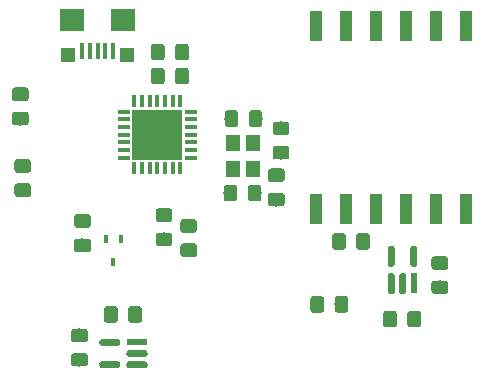
<source format=gbr>
%TF.GenerationSoftware,KiCad,Pcbnew,(5.0.2)-1*%
%TF.CreationDate,2021-04-08T12:32:07+02:00*%
%TF.ProjectId,trackerGPS,74726163-6b65-4724-9750-532e6b696361,rev?*%
%TF.SameCoordinates,Original*%
%TF.FileFunction,Paste,Bot*%
%TF.FilePolarity,Positive*%
%FSLAX46Y46*%
G04 Gerber Fmt 4.6, Leading zero omitted, Abs format (unit mm)*
G04 Created by KiCad (PCBNEW (5.0.2)-1) date 08/04/2021 12:32:07*
%MOMM*%
%LPD*%
G01*
G04 APERTURE LIST*
%ADD10C,0.100000*%
%ADD11C,1.150000*%
%ADD12R,1.805236X0.612132*%
%ADD13C,0.612132*%
%ADD14R,0.400000X1.350000*%
%ADD15R,1.200000X1.300000*%
%ADD16R,2.150000X1.900000*%
%ADD17R,1.050000X0.350000*%
%ADD18R,0.350000X1.050000*%
%ADD19R,4.200000X4.200000*%
%ADD20R,0.450000X0.700000*%
%ADD21R,1.000000X2.500000*%
%ADD22R,1.200000X1.400000*%
%ADD23R,0.612132X1.805236*%
G04 APERTURE END LIST*
D10*
G36*
X109161105Y-90171404D02*
X109185373Y-90175004D01*
X109209172Y-90180965D01*
X109232271Y-90189230D01*
X109254450Y-90199720D01*
X109275493Y-90212332D01*
X109295199Y-90226947D01*
X109313377Y-90243423D01*
X109329853Y-90261601D01*
X109344468Y-90281307D01*
X109357080Y-90302350D01*
X109367570Y-90324529D01*
X109375835Y-90347628D01*
X109381796Y-90371427D01*
X109385396Y-90395695D01*
X109386600Y-90420199D01*
X109386600Y-91070201D01*
X109385396Y-91094705D01*
X109381796Y-91118973D01*
X109375835Y-91142772D01*
X109367570Y-91165871D01*
X109357080Y-91188050D01*
X109344468Y-91209093D01*
X109329853Y-91228799D01*
X109313377Y-91246977D01*
X109295199Y-91263453D01*
X109275493Y-91278068D01*
X109254450Y-91290680D01*
X109232271Y-91301170D01*
X109209172Y-91309435D01*
X109185373Y-91315396D01*
X109161105Y-91318996D01*
X109136601Y-91320200D01*
X108236599Y-91320200D01*
X108212095Y-91318996D01*
X108187827Y-91315396D01*
X108164028Y-91309435D01*
X108140929Y-91301170D01*
X108118750Y-91290680D01*
X108097707Y-91278068D01*
X108078001Y-91263453D01*
X108059823Y-91246977D01*
X108043347Y-91228799D01*
X108028732Y-91209093D01*
X108016120Y-91188050D01*
X108005630Y-91165871D01*
X107997365Y-91142772D01*
X107991404Y-91118973D01*
X107987804Y-91094705D01*
X107986600Y-91070201D01*
X107986600Y-90420199D01*
X107987804Y-90395695D01*
X107991404Y-90371427D01*
X107997365Y-90347628D01*
X108005630Y-90324529D01*
X108016120Y-90302350D01*
X108028732Y-90281307D01*
X108043347Y-90261601D01*
X108059823Y-90243423D01*
X108078001Y-90226947D01*
X108097707Y-90212332D01*
X108118750Y-90199720D01*
X108140929Y-90189230D01*
X108164028Y-90180965D01*
X108187827Y-90175004D01*
X108212095Y-90171404D01*
X108236599Y-90170200D01*
X109136601Y-90170200D01*
X109161105Y-90171404D01*
X109161105Y-90171404D01*
G37*
D11*
X108686600Y-90745200D03*
D10*
G36*
X109161105Y-92221404D02*
X109185373Y-92225004D01*
X109209172Y-92230965D01*
X109232271Y-92239230D01*
X109254450Y-92249720D01*
X109275493Y-92262332D01*
X109295199Y-92276947D01*
X109313377Y-92293423D01*
X109329853Y-92311601D01*
X109344468Y-92331307D01*
X109357080Y-92352350D01*
X109367570Y-92374529D01*
X109375835Y-92397628D01*
X109381796Y-92421427D01*
X109385396Y-92445695D01*
X109386600Y-92470199D01*
X109386600Y-93120201D01*
X109385396Y-93144705D01*
X109381796Y-93168973D01*
X109375835Y-93192772D01*
X109367570Y-93215871D01*
X109357080Y-93238050D01*
X109344468Y-93259093D01*
X109329853Y-93278799D01*
X109313377Y-93296977D01*
X109295199Y-93313453D01*
X109275493Y-93328068D01*
X109254450Y-93340680D01*
X109232271Y-93351170D01*
X109209172Y-93359435D01*
X109185373Y-93365396D01*
X109161105Y-93368996D01*
X109136601Y-93370200D01*
X108236599Y-93370200D01*
X108212095Y-93368996D01*
X108187827Y-93365396D01*
X108164028Y-93359435D01*
X108140929Y-93351170D01*
X108118750Y-93340680D01*
X108097707Y-93328068D01*
X108078001Y-93313453D01*
X108059823Y-93296977D01*
X108043347Y-93278799D01*
X108028732Y-93259093D01*
X108016120Y-93238050D01*
X108005630Y-93215871D01*
X107997365Y-93192772D01*
X107991404Y-93168973D01*
X107987804Y-93144705D01*
X107986600Y-93120201D01*
X107986600Y-92470199D01*
X107987804Y-92445695D01*
X107991404Y-92421427D01*
X107997365Y-92397628D01*
X108005630Y-92374529D01*
X108016120Y-92352350D01*
X108028732Y-92331307D01*
X108043347Y-92311601D01*
X108059823Y-92293423D01*
X108078001Y-92276947D01*
X108097707Y-92262332D01*
X108118750Y-92249720D01*
X108140929Y-92239230D01*
X108164028Y-92230965D01*
X108187827Y-92225004D01*
X108212095Y-92221404D01*
X108236599Y-92220200D01*
X109136601Y-92220200D01*
X109161105Y-92221404D01*
X109161105Y-92221404D01*
G37*
D11*
X108686600Y-92795200D03*
D12*
X113551535Y-91325280D03*
D10*
G36*
X114178087Y-91970687D02*
X114207798Y-91975094D01*
X114236933Y-91982392D01*
X114265213Y-91992511D01*
X114292366Y-92005353D01*
X114318128Y-92020794D01*
X114342253Y-92038687D01*
X114364508Y-92058858D01*
X114384679Y-92081113D01*
X114402572Y-92105238D01*
X114418013Y-92131000D01*
X114430855Y-92158153D01*
X114440974Y-92186433D01*
X114448272Y-92215568D01*
X114452679Y-92245279D01*
X114454153Y-92275279D01*
X114454153Y-92275281D01*
X114452679Y-92305281D01*
X114448272Y-92334992D01*
X114440974Y-92364127D01*
X114430855Y-92392407D01*
X114418013Y-92419560D01*
X114402572Y-92445322D01*
X114384679Y-92469447D01*
X114364508Y-92491702D01*
X114342253Y-92511873D01*
X114318128Y-92529766D01*
X114292366Y-92545207D01*
X114265213Y-92558049D01*
X114236933Y-92568168D01*
X114207798Y-92575466D01*
X114178087Y-92579873D01*
X114148087Y-92581347D01*
X112954983Y-92581347D01*
X112924983Y-92579873D01*
X112895272Y-92575466D01*
X112866137Y-92568168D01*
X112837857Y-92558049D01*
X112810704Y-92545207D01*
X112784942Y-92529766D01*
X112760817Y-92511873D01*
X112738562Y-92491702D01*
X112718391Y-92469447D01*
X112700498Y-92445322D01*
X112685057Y-92419560D01*
X112672215Y-92392407D01*
X112662096Y-92364127D01*
X112654798Y-92334992D01*
X112650391Y-92305281D01*
X112648917Y-92275281D01*
X112648917Y-92275279D01*
X112650391Y-92245279D01*
X112654798Y-92215568D01*
X112662096Y-92186433D01*
X112672215Y-92158153D01*
X112685057Y-92131000D01*
X112700498Y-92105238D01*
X112718391Y-92081113D01*
X112738562Y-92058858D01*
X112760817Y-92038687D01*
X112784942Y-92020794D01*
X112810704Y-92005353D01*
X112837857Y-91992511D01*
X112866137Y-91982392D01*
X112895272Y-91975094D01*
X112924983Y-91970687D01*
X112954983Y-91969213D01*
X114148087Y-91969213D01*
X114178087Y-91970687D01*
X114178087Y-91970687D01*
G37*
D13*
X113551535Y-92275280D03*
D10*
G36*
X114178087Y-92920687D02*
X114207798Y-92925094D01*
X114236933Y-92932392D01*
X114265213Y-92942511D01*
X114292366Y-92955353D01*
X114318128Y-92970794D01*
X114342253Y-92988687D01*
X114364508Y-93008858D01*
X114384679Y-93031113D01*
X114402572Y-93055238D01*
X114418013Y-93081000D01*
X114430855Y-93108153D01*
X114440974Y-93136433D01*
X114448272Y-93165568D01*
X114452679Y-93195279D01*
X114454153Y-93225279D01*
X114454153Y-93225281D01*
X114452679Y-93255281D01*
X114448272Y-93284992D01*
X114440974Y-93314127D01*
X114430855Y-93342407D01*
X114418013Y-93369560D01*
X114402572Y-93395322D01*
X114384679Y-93419447D01*
X114364508Y-93441702D01*
X114342253Y-93461873D01*
X114318128Y-93479766D01*
X114292366Y-93495207D01*
X114265213Y-93508049D01*
X114236933Y-93518168D01*
X114207798Y-93525466D01*
X114178087Y-93529873D01*
X114148087Y-93531347D01*
X112954983Y-93531347D01*
X112924983Y-93529873D01*
X112895272Y-93525466D01*
X112866137Y-93518168D01*
X112837857Y-93508049D01*
X112810704Y-93495207D01*
X112784942Y-93479766D01*
X112760817Y-93461873D01*
X112738562Y-93441702D01*
X112718391Y-93419447D01*
X112700498Y-93395322D01*
X112685057Y-93369560D01*
X112672215Y-93342407D01*
X112662096Y-93314127D01*
X112654798Y-93284992D01*
X112650391Y-93255281D01*
X112648917Y-93225281D01*
X112648917Y-93225279D01*
X112650391Y-93195279D01*
X112654798Y-93165568D01*
X112662096Y-93136433D01*
X112672215Y-93108153D01*
X112685057Y-93081000D01*
X112700498Y-93055238D01*
X112718391Y-93031113D01*
X112738562Y-93008858D01*
X112760817Y-92988687D01*
X112784942Y-92970794D01*
X112810704Y-92955353D01*
X112837857Y-92942511D01*
X112866137Y-92932392D01*
X112895272Y-92925094D01*
X112924983Y-92920687D01*
X112954983Y-92919213D01*
X114148087Y-92919213D01*
X114178087Y-92920687D01*
X114178087Y-92920687D01*
G37*
D13*
X113551535Y-93225280D03*
D10*
G36*
X111877123Y-92920687D02*
X111906834Y-92925094D01*
X111935969Y-92932392D01*
X111964249Y-92942511D01*
X111991402Y-92955353D01*
X112017164Y-92970794D01*
X112041289Y-92988687D01*
X112063544Y-93008858D01*
X112083715Y-93031113D01*
X112101608Y-93055238D01*
X112117049Y-93081000D01*
X112129891Y-93108153D01*
X112140010Y-93136433D01*
X112147308Y-93165568D01*
X112151715Y-93195279D01*
X112153189Y-93225279D01*
X112153189Y-93225281D01*
X112151715Y-93255281D01*
X112147308Y-93284992D01*
X112140010Y-93314127D01*
X112129891Y-93342407D01*
X112117049Y-93369560D01*
X112101608Y-93395322D01*
X112083715Y-93419447D01*
X112063544Y-93441702D01*
X112041289Y-93461873D01*
X112017164Y-93479766D01*
X111991402Y-93495207D01*
X111964249Y-93508049D01*
X111935969Y-93518168D01*
X111906834Y-93525466D01*
X111877123Y-93529873D01*
X111847123Y-93531347D01*
X110654019Y-93531347D01*
X110624019Y-93529873D01*
X110594308Y-93525466D01*
X110565173Y-93518168D01*
X110536893Y-93508049D01*
X110509740Y-93495207D01*
X110483978Y-93479766D01*
X110459853Y-93461873D01*
X110437598Y-93441702D01*
X110417427Y-93419447D01*
X110399534Y-93395322D01*
X110384093Y-93369560D01*
X110371251Y-93342407D01*
X110361132Y-93314127D01*
X110353834Y-93284992D01*
X110349427Y-93255281D01*
X110347953Y-93225281D01*
X110347953Y-93225279D01*
X110349427Y-93195279D01*
X110353834Y-93165568D01*
X110361132Y-93136433D01*
X110371251Y-93108153D01*
X110384093Y-93081000D01*
X110399534Y-93055238D01*
X110417427Y-93031113D01*
X110437598Y-93008858D01*
X110459853Y-92988687D01*
X110483978Y-92970794D01*
X110509740Y-92955353D01*
X110536893Y-92942511D01*
X110565173Y-92932392D01*
X110594308Y-92925094D01*
X110624019Y-92920687D01*
X110654019Y-92919213D01*
X111847123Y-92919213D01*
X111877123Y-92920687D01*
X111877123Y-92920687D01*
G37*
D13*
X111250571Y-93225280D03*
D10*
G36*
X111877123Y-91020687D02*
X111906834Y-91025094D01*
X111935969Y-91032392D01*
X111964249Y-91042511D01*
X111991402Y-91055353D01*
X112017164Y-91070794D01*
X112041289Y-91088687D01*
X112063544Y-91108858D01*
X112083715Y-91131113D01*
X112101608Y-91155238D01*
X112117049Y-91181000D01*
X112129891Y-91208153D01*
X112140010Y-91236433D01*
X112147308Y-91265568D01*
X112151715Y-91295279D01*
X112153189Y-91325279D01*
X112153189Y-91325281D01*
X112151715Y-91355281D01*
X112147308Y-91384992D01*
X112140010Y-91414127D01*
X112129891Y-91442407D01*
X112117049Y-91469560D01*
X112101608Y-91495322D01*
X112083715Y-91519447D01*
X112063544Y-91541702D01*
X112041289Y-91561873D01*
X112017164Y-91579766D01*
X111991402Y-91595207D01*
X111964249Y-91608049D01*
X111935969Y-91618168D01*
X111906834Y-91625466D01*
X111877123Y-91629873D01*
X111847123Y-91631347D01*
X110654019Y-91631347D01*
X110624019Y-91629873D01*
X110594308Y-91625466D01*
X110565173Y-91618168D01*
X110536893Y-91608049D01*
X110509740Y-91595207D01*
X110483978Y-91579766D01*
X110459853Y-91561873D01*
X110437598Y-91541702D01*
X110417427Y-91519447D01*
X110399534Y-91495322D01*
X110384093Y-91469560D01*
X110371251Y-91442407D01*
X110361132Y-91414127D01*
X110353834Y-91384992D01*
X110349427Y-91355281D01*
X110347953Y-91325281D01*
X110347953Y-91325279D01*
X110349427Y-91295279D01*
X110353834Y-91265568D01*
X110361132Y-91236433D01*
X110371251Y-91208153D01*
X110384093Y-91181000D01*
X110399534Y-91155238D01*
X110417427Y-91131113D01*
X110437598Y-91108858D01*
X110459853Y-91088687D01*
X110483978Y-91070794D01*
X110509740Y-91055353D01*
X110536893Y-91042511D01*
X110565173Y-91032392D01*
X110594308Y-91025094D01*
X110624019Y-91020687D01*
X110654019Y-91019213D01*
X111847123Y-91019213D01*
X111877123Y-91020687D01*
X111877123Y-91020687D01*
G37*
D13*
X111250571Y-91325280D03*
D10*
G36*
X131219305Y-87413804D02*
X131243573Y-87417404D01*
X131267372Y-87423365D01*
X131290471Y-87431630D01*
X131312650Y-87442120D01*
X131333693Y-87454732D01*
X131353399Y-87469347D01*
X131371577Y-87485823D01*
X131388053Y-87504001D01*
X131402668Y-87523707D01*
X131415280Y-87544750D01*
X131425770Y-87566929D01*
X131434035Y-87590028D01*
X131439996Y-87613827D01*
X131443596Y-87638095D01*
X131444800Y-87662599D01*
X131444800Y-88562601D01*
X131443596Y-88587105D01*
X131439996Y-88611373D01*
X131434035Y-88635172D01*
X131425770Y-88658271D01*
X131415280Y-88680450D01*
X131402668Y-88701493D01*
X131388053Y-88721199D01*
X131371577Y-88739377D01*
X131353399Y-88755853D01*
X131333693Y-88770468D01*
X131312650Y-88783080D01*
X131290471Y-88793570D01*
X131267372Y-88801835D01*
X131243573Y-88807796D01*
X131219305Y-88811396D01*
X131194801Y-88812600D01*
X130544799Y-88812600D01*
X130520295Y-88811396D01*
X130496027Y-88807796D01*
X130472228Y-88801835D01*
X130449129Y-88793570D01*
X130426950Y-88783080D01*
X130405907Y-88770468D01*
X130386201Y-88755853D01*
X130368023Y-88739377D01*
X130351547Y-88721199D01*
X130336932Y-88701493D01*
X130324320Y-88680450D01*
X130313830Y-88658271D01*
X130305565Y-88635172D01*
X130299604Y-88611373D01*
X130296004Y-88587105D01*
X130294800Y-88562601D01*
X130294800Y-87662599D01*
X130296004Y-87638095D01*
X130299604Y-87613827D01*
X130305565Y-87590028D01*
X130313830Y-87566929D01*
X130324320Y-87544750D01*
X130336932Y-87523707D01*
X130351547Y-87504001D01*
X130368023Y-87485823D01*
X130386201Y-87469347D01*
X130405907Y-87454732D01*
X130426950Y-87442120D01*
X130449129Y-87431630D01*
X130472228Y-87423365D01*
X130496027Y-87417404D01*
X130520295Y-87413804D01*
X130544799Y-87412600D01*
X131194801Y-87412600D01*
X131219305Y-87413804D01*
X131219305Y-87413804D01*
G37*
D11*
X130869800Y-88112600D03*
D10*
G36*
X129169305Y-87413804D02*
X129193573Y-87417404D01*
X129217372Y-87423365D01*
X129240471Y-87431630D01*
X129262650Y-87442120D01*
X129283693Y-87454732D01*
X129303399Y-87469347D01*
X129321577Y-87485823D01*
X129338053Y-87504001D01*
X129352668Y-87523707D01*
X129365280Y-87544750D01*
X129375770Y-87566929D01*
X129384035Y-87590028D01*
X129389996Y-87613827D01*
X129393596Y-87638095D01*
X129394800Y-87662599D01*
X129394800Y-88562601D01*
X129393596Y-88587105D01*
X129389996Y-88611373D01*
X129384035Y-88635172D01*
X129375770Y-88658271D01*
X129365280Y-88680450D01*
X129352668Y-88701493D01*
X129338053Y-88721199D01*
X129321577Y-88739377D01*
X129303399Y-88755853D01*
X129283693Y-88770468D01*
X129262650Y-88783080D01*
X129240471Y-88793570D01*
X129217372Y-88801835D01*
X129193573Y-88807796D01*
X129169305Y-88811396D01*
X129144801Y-88812600D01*
X128494799Y-88812600D01*
X128470295Y-88811396D01*
X128446027Y-88807796D01*
X128422228Y-88801835D01*
X128399129Y-88793570D01*
X128376950Y-88783080D01*
X128355907Y-88770468D01*
X128336201Y-88755853D01*
X128318023Y-88739377D01*
X128301547Y-88721199D01*
X128286932Y-88701493D01*
X128274320Y-88680450D01*
X128263830Y-88658271D01*
X128255565Y-88635172D01*
X128249604Y-88611373D01*
X128246004Y-88587105D01*
X128244800Y-88562601D01*
X128244800Y-87662599D01*
X128246004Y-87638095D01*
X128249604Y-87613827D01*
X128255565Y-87590028D01*
X128263830Y-87566929D01*
X128274320Y-87544750D01*
X128286932Y-87523707D01*
X128301547Y-87504001D01*
X128318023Y-87485823D01*
X128336201Y-87469347D01*
X128355907Y-87454732D01*
X128376950Y-87442120D01*
X128399129Y-87431630D01*
X128422228Y-87423365D01*
X128446027Y-87417404D01*
X128470295Y-87413804D01*
X128494799Y-87412600D01*
X129144801Y-87412600D01*
X129169305Y-87413804D01*
X129169305Y-87413804D01*
G37*
D11*
X128819800Y-88112600D03*
D10*
G36*
X126229905Y-74686404D02*
X126254173Y-74690004D01*
X126277972Y-74695965D01*
X126301071Y-74704230D01*
X126323250Y-74714720D01*
X126344293Y-74727332D01*
X126363999Y-74741947D01*
X126382177Y-74758423D01*
X126398653Y-74776601D01*
X126413268Y-74796307D01*
X126425880Y-74817350D01*
X126436370Y-74839529D01*
X126444635Y-74862628D01*
X126450596Y-74886427D01*
X126454196Y-74910695D01*
X126455400Y-74935199D01*
X126455400Y-75585201D01*
X126454196Y-75609705D01*
X126450596Y-75633973D01*
X126444635Y-75657772D01*
X126436370Y-75680871D01*
X126425880Y-75703050D01*
X126413268Y-75724093D01*
X126398653Y-75743799D01*
X126382177Y-75761977D01*
X126363999Y-75778453D01*
X126344293Y-75793068D01*
X126323250Y-75805680D01*
X126301071Y-75816170D01*
X126277972Y-75824435D01*
X126254173Y-75830396D01*
X126229905Y-75833996D01*
X126205401Y-75835200D01*
X125305399Y-75835200D01*
X125280895Y-75833996D01*
X125256627Y-75830396D01*
X125232828Y-75824435D01*
X125209729Y-75816170D01*
X125187550Y-75805680D01*
X125166507Y-75793068D01*
X125146801Y-75778453D01*
X125128623Y-75761977D01*
X125112147Y-75743799D01*
X125097532Y-75724093D01*
X125084920Y-75703050D01*
X125074430Y-75680871D01*
X125066165Y-75657772D01*
X125060204Y-75633973D01*
X125056604Y-75609705D01*
X125055400Y-75585201D01*
X125055400Y-74935199D01*
X125056604Y-74910695D01*
X125060204Y-74886427D01*
X125066165Y-74862628D01*
X125074430Y-74839529D01*
X125084920Y-74817350D01*
X125097532Y-74796307D01*
X125112147Y-74776601D01*
X125128623Y-74758423D01*
X125146801Y-74741947D01*
X125166507Y-74727332D01*
X125187550Y-74714720D01*
X125209729Y-74704230D01*
X125232828Y-74695965D01*
X125256627Y-74690004D01*
X125280895Y-74686404D01*
X125305399Y-74685200D01*
X126205401Y-74685200D01*
X126229905Y-74686404D01*
X126229905Y-74686404D01*
G37*
D11*
X125755400Y-75260200D03*
D10*
G36*
X126229905Y-72636404D02*
X126254173Y-72640004D01*
X126277972Y-72645965D01*
X126301071Y-72654230D01*
X126323250Y-72664720D01*
X126344293Y-72677332D01*
X126363999Y-72691947D01*
X126382177Y-72708423D01*
X126398653Y-72726601D01*
X126413268Y-72746307D01*
X126425880Y-72767350D01*
X126436370Y-72789529D01*
X126444635Y-72812628D01*
X126450596Y-72836427D01*
X126454196Y-72860695D01*
X126455400Y-72885199D01*
X126455400Y-73535201D01*
X126454196Y-73559705D01*
X126450596Y-73583973D01*
X126444635Y-73607772D01*
X126436370Y-73630871D01*
X126425880Y-73653050D01*
X126413268Y-73674093D01*
X126398653Y-73693799D01*
X126382177Y-73711977D01*
X126363999Y-73728453D01*
X126344293Y-73743068D01*
X126323250Y-73755680D01*
X126301071Y-73766170D01*
X126277972Y-73774435D01*
X126254173Y-73780396D01*
X126229905Y-73783996D01*
X126205401Y-73785200D01*
X125305399Y-73785200D01*
X125280895Y-73783996D01*
X125256627Y-73780396D01*
X125232828Y-73774435D01*
X125209729Y-73766170D01*
X125187550Y-73755680D01*
X125166507Y-73743068D01*
X125146801Y-73728453D01*
X125128623Y-73711977D01*
X125112147Y-73693799D01*
X125097532Y-73674093D01*
X125084920Y-73653050D01*
X125074430Y-73630871D01*
X125066165Y-73607772D01*
X125060204Y-73583973D01*
X125056604Y-73559705D01*
X125055400Y-73535201D01*
X125055400Y-72885199D01*
X125056604Y-72860695D01*
X125060204Y-72836427D01*
X125066165Y-72812628D01*
X125074430Y-72789529D01*
X125084920Y-72767350D01*
X125097532Y-72746307D01*
X125112147Y-72726601D01*
X125128623Y-72708423D01*
X125146801Y-72691947D01*
X125166507Y-72677332D01*
X125187550Y-72664720D01*
X125209729Y-72654230D01*
X125232828Y-72645965D01*
X125256627Y-72640004D01*
X125280895Y-72636404D01*
X125305399Y-72635200D01*
X126205401Y-72635200D01*
X126229905Y-72636404D01*
X126229905Y-72636404D01*
G37*
D11*
X125755400Y-73210200D03*
D10*
G36*
X125823505Y-76607804D02*
X125847773Y-76611404D01*
X125871572Y-76617365D01*
X125894671Y-76625630D01*
X125916850Y-76636120D01*
X125937893Y-76648732D01*
X125957599Y-76663347D01*
X125975777Y-76679823D01*
X125992253Y-76698001D01*
X126006868Y-76717707D01*
X126019480Y-76738750D01*
X126029970Y-76760929D01*
X126038235Y-76784028D01*
X126044196Y-76807827D01*
X126047796Y-76832095D01*
X126049000Y-76856599D01*
X126049000Y-77506601D01*
X126047796Y-77531105D01*
X126044196Y-77555373D01*
X126038235Y-77579172D01*
X126029970Y-77602271D01*
X126019480Y-77624450D01*
X126006868Y-77645493D01*
X125992253Y-77665199D01*
X125975777Y-77683377D01*
X125957599Y-77699853D01*
X125937893Y-77714468D01*
X125916850Y-77727080D01*
X125894671Y-77737570D01*
X125871572Y-77745835D01*
X125847773Y-77751796D01*
X125823505Y-77755396D01*
X125799001Y-77756600D01*
X124898999Y-77756600D01*
X124874495Y-77755396D01*
X124850227Y-77751796D01*
X124826428Y-77745835D01*
X124803329Y-77737570D01*
X124781150Y-77727080D01*
X124760107Y-77714468D01*
X124740401Y-77699853D01*
X124722223Y-77683377D01*
X124705747Y-77665199D01*
X124691132Y-77645493D01*
X124678520Y-77624450D01*
X124668030Y-77602271D01*
X124659765Y-77579172D01*
X124653804Y-77555373D01*
X124650204Y-77531105D01*
X124649000Y-77506601D01*
X124649000Y-76856599D01*
X124650204Y-76832095D01*
X124653804Y-76807827D01*
X124659765Y-76784028D01*
X124668030Y-76760929D01*
X124678520Y-76738750D01*
X124691132Y-76717707D01*
X124705747Y-76698001D01*
X124722223Y-76679823D01*
X124740401Y-76663347D01*
X124760107Y-76648732D01*
X124781150Y-76636120D01*
X124803329Y-76625630D01*
X124826428Y-76617365D01*
X124850227Y-76611404D01*
X124874495Y-76607804D01*
X124898999Y-76606600D01*
X125799001Y-76606600D01*
X125823505Y-76607804D01*
X125823505Y-76607804D01*
G37*
D11*
X125349000Y-77181600D03*
D10*
G36*
X125823505Y-78657804D02*
X125847773Y-78661404D01*
X125871572Y-78667365D01*
X125894671Y-78675630D01*
X125916850Y-78686120D01*
X125937893Y-78698732D01*
X125957599Y-78713347D01*
X125975777Y-78729823D01*
X125992253Y-78748001D01*
X126006868Y-78767707D01*
X126019480Y-78788750D01*
X126029970Y-78810929D01*
X126038235Y-78834028D01*
X126044196Y-78857827D01*
X126047796Y-78882095D01*
X126049000Y-78906599D01*
X126049000Y-79556601D01*
X126047796Y-79581105D01*
X126044196Y-79605373D01*
X126038235Y-79629172D01*
X126029970Y-79652271D01*
X126019480Y-79674450D01*
X126006868Y-79695493D01*
X125992253Y-79715199D01*
X125975777Y-79733377D01*
X125957599Y-79749853D01*
X125937893Y-79764468D01*
X125916850Y-79777080D01*
X125894671Y-79787570D01*
X125871572Y-79795835D01*
X125847773Y-79801796D01*
X125823505Y-79805396D01*
X125799001Y-79806600D01*
X124898999Y-79806600D01*
X124874495Y-79805396D01*
X124850227Y-79801796D01*
X124826428Y-79795835D01*
X124803329Y-79787570D01*
X124781150Y-79777080D01*
X124760107Y-79764468D01*
X124740401Y-79749853D01*
X124722223Y-79733377D01*
X124705747Y-79715199D01*
X124691132Y-79695493D01*
X124678520Y-79674450D01*
X124668030Y-79652271D01*
X124659765Y-79629172D01*
X124653804Y-79605373D01*
X124650204Y-79581105D01*
X124649000Y-79556601D01*
X124649000Y-78906599D01*
X124650204Y-78882095D01*
X124653804Y-78857827D01*
X124659765Y-78834028D01*
X124668030Y-78810929D01*
X124678520Y-78788750D01*
X124691132Y-78767707D01*
X124705747Y-78748001D01*
X124722223Y-78729823D01*
X124740401Y-78713347D01*
X124760107Y-78698732D01*
X124781150Y-78686120D01*
X124803329Y-78675630D01*
X124826428Y-78667365D01*
X124850227Y-78661404D01*
X124874495Y-78657804D01*
X124898999Y-78656600D01*
X125799001Y-78656600D01*
X125823505Y-78657804D01*
X125823505Y-78657804D01*
G37*
D11*
X125349000Y-79231600D03*
D10*
G36*
X111700158Y-88274484D02*
X111724426Y-88278084D01*
X111748225Y-88284045D01*
X111771324Y-88292310D01*
X111793503Y-88302800D01*
X111814546Y-88315412D01*
X111834252Y-88330027D01*
X111852430Y-88346503D01*
X111868906Y-88364681D01*
X111883521Y-88384387D01*
X111896133Y-88405430D01*
X111906623Y-88427609D01*
X111914888Y-88450708D01*
X111920849Y-88474507D01*
X111924449Y-88498775D01*
X111925653Y-88523279D01*
X111925653Y-89423281D01*
X111924449Y-89447785D01*
X111920849Y-89472053D01*
X111914888Y-89495852D01*
X111906623Y-89518951D01*
X111896133Y-89541130D01*
X111883521Y-89562173D01*
X111868906Y-89581879D01*
X111852430Y-89600057D01*
X111834252Y-89616533D01*
X111814546Y-89631148D01*
X111793503Y-89643760D01*
X111771324Y-89654250D01*
X111748225Y-89662515D01*
X111724426Y-89668476D01*
X111700158Y-89672076D01*
X111675654Y-89673280D01*
X111025652Y-89673280D01*
X111001148Y-89672076D01*
X110976880Y-89668476D01*
X110953081Y-89662515D01*
X110929982Y-89654250D01*
X110907803Y-89643760D01*
X110886760Y-89631148D01*
X110867054Y-89616533D01*
X110848876Y-89600057D01*
X110832400Y-89581879D01*
X110817785Y-89562173D01*
X110805173Y-89541130D01*
X110794683Y-89518951D01*
X110786418Y-89495852D01*
X110780457Y-89472053D01*
X110776857Y-89447785D01*
X110775653Y-89423281D01*
X110775653Y-88523279D01*
X110776857Y-88498775D01*
X110780457Y-88474507D01*
X110786418Y-88450708D01*
X110794683Y-88427609D01*
X110805173Y-88405430D01*
X110817785Y-88384387D01*
X110832400Y-88364681D01*
X110848876Y-88346503D01*
X110867054Y-88330027D01*
X110886760Y-88315412D01*
X110907803Y-88302800D01*
X110929982Y-88292310D01*
X110953081Y-88284045D01*
X110976880Y-88278084D01*
X111001148Y-88274484D01*
X111025652Y-88273280D01*
X111675654Y-88273280D01*
X111700158Y-88274484D01*
X111700158Y-88274484D01*
G37*
D11*
X111350653Y-88973280D03*
D10*
G36*
X113750158Y-88274484D02*
X113774426Y-88278084D01*
X113798225Y-88284045D01*
X113821324Y-88292310D01*
X113843503Y-88302800D01*
X113864546Y-88315412D01*
X113884252Y-88330027D01*
X113902430Y-88346503D01*
X113918906Y-88364681D01*
X113933521Y-88384387D01*
X113946133Y-88405430D01*
X113956623Y-88427609D01*
X113964888Y-88450708D01*
X113970849Y-88474507D01*
X113974449Y-88498775D01*
X113975653Y-88523279D01*
X113975653Y-89423281D01*
X113974449Y-89447785D01*
X113970849Y-89472053D01*
X113964888Y-89495852D01*
X113956623Y-89518951D01*
X113946133Y-89541130D01*
X113933521Y-89562173D01*
X113918906Y-89581879D01*
X113902430Y-89600057D01*
X113884252Y-89616533D01*
X113864546Y-89631148D01*
X113843503Y-89643760D01*
X113821324Y-89654250D01*
X113798225Y-89662515D01*
X113774426Y-89668476D01*
X113750158Y-89672076D01*
X113725654Y-89673280D01*
X113075652Y-89673280D01*
X113051148Y-89672076D01*
X113026880Y-89668476D01*
X113003081Y-89662515D01*
X112979982Y-89654250D01*
X112957803Y-89643760D01*
X112936760Y-89631148D01*
X112917054Y-89616533D01*
X112898876Y-89600057D01*
X112882400Y-89581879D01*
X112867785Y-89562173D01*
X112855173Y-89541130D01*
X112844683Y-89518951D01*
X112836418Y-89495852D01*
X112830457Y-89472053D01*
X112826857Y-89447785D01*
X112825653Y-89423281D01*
X112825653Y-88523279D01*
X112826857Y-88498775D01*
X112830457Y-88474507D01*
X112836418Y-88450708D01*
X112844683Y-88427609D01*
X112855173Y-88405430D01*
X112867785Y-88384387D01*
X112882400Y-88364681D01*
X112898876Y-88346503D01*
X112917054Y-88330027D01*
X112936760Y-88315412D01*
X112957803Y-88302800D01*
X112979982Y-88292310D01*
X113003081Y-88284045D01*
X113026880Y-88278084D01*
X113051148Y-88274484D01*
X113075652Y-88273280D01*
X113725654Y-88273280D01*
X113750158Y-88274484D01*
X113750158Y-88274484D01*
G37*
D11*
X113400653Y-88973280D03*
D14*
X108937600Y-66627000D03*
X109587600Y-66627000D03*
X110237600Y-66627000D03*
X110887600Y-66627000D03*
X111537600Y-66627000D03*
D15*
X112737600Y-67027000D03*
X107737600Y-67027000D03*
D16*
X108062600Y-64027000D03*
X112412600Y-64027000D03*
D17*
X118122801Y-71801440D03*
X118122801Y-72451440D03*
X118122801Y-73101440D03*
X118122801Y-73751440D03*
X118122801Y-74401440D03*
X118122801Y-75051440D03*
X118122801Y-75701440D03*
D18*
X117222801Y-76601440D03*
X116572801Y-76601440D03*
X115922801Y-76601440D03*
X115272801Y-76601440D03*
X114622801Y-76601440D03*
X113972801Y-76601440D03*
X113322801Y-76601440D03*
D17*
X112422801Y-75701440D03*
X112422801Y-75051440D03*
X112422801Y-74401440D03*
X112422801Y-73751440D03*
X112422801Y-73101440D03*
X112422801Y-72451440D03*
X112422801Y-71801440D03*
D18*
X113322801Y-70901440D03*
X113972801Y-70901440D03*
X114622801Y-70901440D03*
X115272801Y-70901440D03*
X115922801Y-70901440D03*
X116572801Y-70901440D03*
X117222801Y-70901440D03*
D19*
X115272801Y-73751440D03*
D20*
X110906800Y-82540600D03*
X112206800Y-82540600D03*
X111556800Y-84540600D03*
D10*
G36*
X109415105Y-82535004D02*
X109439373Y-82538604D01*
X109463172Y-82544565D01*
X109486271Y-82552830D01*
X109508450Y-82563320D01*
X109529493Y-82575932D01*
X109549199Y-82590547D01*
X109567377Y-82607023D01*
X109583853Y-82625201D01*
X109598468Y-82644907D01*
X109611080Y-82665950D01*
X109621570Y-82688129D01*
X109629835Y-82711228D01*
X109635796Y-82735027D01*
X109639396Y-82759295D01*
X109640600Y-82783799D01*
X109640600Y-83433801D01*
X109639396Y-83458305D01*
X109635796Y-83482573D01*
X109629835Y-83506372D01*
X109621570Y-83529471D01*
X109611080Y-83551650D01*
X109598468Y-83572693D01*
X109583853Y-83592399D01*
X109567377Y-83610577D01*
X109549199Y-83627053D01*
X109529493Y-83641668D01*
X109508450Y-83654280D01*
X109486271Y-83664770D01*
X109463172Y-83673035D01*
X109439373Y-83678996D01*
X109415105Y-83682596D01*
X109390601Y-83683800D01*
X108490599Y-83683800D01*
X108466095Y-83682596D01*
X108441827Y-83678996D01*
X108418028Y-83673035D01*
X108394929Y-83664770D01*
X108372750Y-83654280D01*
X108351707Y-83641668D01*
X108332001Y-83627053D01*
X108313823Y-83610577D01*
X108297347Y-83592399D01*
X108282732Y-83572693D01*
X108270120Y-83551650D01*
X108259630Y-83529471D01*
X108251365Y-83506372D01*
X108245404Y-83482573D01*
X108241804Y-83458305D01*
X108240600Y-83433801D01*
X108240600Y-82783799D01*
X108241804Y-82759295D01*
X108245404Y-82735027D01*
X108251365Y-82711228D01*
X108259630Y-82688129D01*
X108270120Y-82665950D01*
X108282732Y-82644907D01*
X108297347Y-82625201D01*
X108313823Y-82607023D01*
X108332001Y-82590547D01*
X108351707Y-82575932D01*
X108372750Y-82563320D01*
X108394929Y-82552830D01*
X108418028Y-82544565D01*
X108441827Y-82538604D01*
X108466095Y-82535004D01*
X108490599Y-82533800D01*
X109390601Y-82533800D01*
X109415105Y-82535004D01*
X109415105Y-82535004D01*
G37*
D11*
X108940600Y-83108800D03*
D10*
G36*
X109415105Y-80485004D02*
X109439373Y-80488604D01*
X109463172Y-80494565D01*
X109486271Y-80502830D01*
X109508450Y-80513320D01*
X109529493Y-80525932D01*
X109549199Y-80540547D01*
X109567377Y-80557023D01*
X109583853Y-80575201D01*
X109598468Y-80594907D01*
X109611080Y-80615950D01*
X109621570Y-80638129D01*
X109629835Y-80661228D01*
X109635796Y-80685027D01*
X109639396Y-80709295D01*
X109640600Y-80733799D01*
X109640600Y-81383801D01*
X109639396Y-81408305D01*
X109635796Y-81432573D01*
X109629835Y-81456372D01*
X109621570Y-81479471D01*
X109611080Y-81501650D01*
X109598468Y-81522693D01*
X109583853Y-81542399D01*
X109567377Y-81560577D01*
X109549199Y-81577053D01*
X109529493Y-81591668D01*
X109508450Y-81604280D01*
X109486271Y-81614770D01*
X109463172Y-81623035D01*
X109439373Y-81628996D01*
X109415105Y-81632596D01*
X109390601Y-81633800D01*
X108490599Y-81633800D01*
X108466095Y-81632596D01*
X108441827Y-81628996D01*
X108418028Y-81623035D01*
X108394929Y-81614770D01*
X108372750Y-81604280D01*
X108351707Y-81591668D01*
X108332001Y-81577053D01*
X108313823Y-81560577D01*
X108297347Y-81542399D01*
X108282732Y-81522693D01*
X108270120Y-81501650D01*
X108259630Y-81479471D01*
X108251365Y-81456372D01*
X108245404Y-81432573D01*
X108241804Y-81408305D01*
X108240600Y-81383801D01*
X108240600Y-80733799D01*
X108241804Y-80709295D01*
X108245404Y-80685027D01*
X108251365Y-80661228D01*
X108259630Y-80638129D01*
X108270120Y-80615950D01*
X108282732Y-80594907D01*
X108297347Y-80575201D01*
X108313823Y-80557023D01*
X108332001Y-80540547D01*
X108351707Y-80525932D01*
X108372750Y-80513320D01*
X108394929Y-80502830D01*
X108418028Y-80494565D01*
X108441827Y-80488604D01*
X108466095Y-80485004D01*
X108490599Y-80483800D01*
X109390601Y-80483800D01*
X109415105Y-80485004D01*
X109415105Y-80485004D01*
G37*
D11*
X108940600Y-81058800D03*
D21*
X141376400Y-80060800D03*
X138836400Y-80060800D03*
X136296400Y-80060800D03*
X133756400Y-80060800D03*
X131216400Y-80060800D03*
X128676400Y-80060800D03*
X128676400Y-64560800D03*
X131216400Y-64560800D03*
X133756400Y-64560800D03*
X136296400Y-64560800D03*
X138836400Y-64560800D03*
X141376400Y-64560800D03*
D22*
X123354200Y-74439600D03*
X123354200Y-76639600D03*
X121654200Y-76639600D03*
X121654200Y-74439600D03*
D10*
G36*
X121895905Y-71691204D02*
X121920173Y-71694804D01*
X121943972Y-71700765D01*
X121967071Y-71709030D01*
X121989250Y-71719520D01*
X122010293Y-71732132D01*
X122029999Y-71746747D01*
X122048177Y-71763223D01*
X122064653Y-71781401D01*
X122079268Y-71801107D01*
X122091880Y-71822150D01*
X122102370Y-71844329D01*
X122110635Y-71867428D01*
X122116596Y-71891227D01*
X122120196Y-71915495D01*
X122121400Y-71939999D01*
X122121400Y-72840001D01*
X122120196Y-72864505D01*
X122116596Y-72888773D01*
X122110635Y-72912572D01*
X122102370Y-72935671D01*
X122091880Y-72957850D01*
X122079268Y-72978893D01*
X122064653Y-72998599D01*
X122048177Y-73016777D01*
X122029999Y-73033253D01*
X122010293Y-73047868D01*
X121989250Y-73060480D01*
X121967071Y-73070970D01*
X121943972Y-73079235D01*
X121920173Y-73085196D01*
X121895905Y-73088796D01*
X121871401Y-73090000D01*
X121221399Y-73090000D01*
X121196895Y-73088796D01*
X121172627Y-73085196D01*
X121148828Y-73079235D01*
X121125729Y-73070970D01*
X121103550Y-73060480D01*
X121082507Y-73047868D01*
X121062801Y-73033253D01*
X121044623Y-73016777D01*
X121028147Y-72998599D01*
X121013532Y-72978893D01*
X121000920Y-72957850D01*
X120990430Y-72935671D01*
X120982165Y-72912572D01*
X120976204Y-72888773D01*
X120972604Y-72864505D01*
X120971400Y-72840001D01*
X120971400Y-71939999D01*
X120972604Y-71915495D01*
X120976204Y-71891227D01*
X120982165Y-71867428D01*
X120990430Y-71844329D01*
X121000920Y-71822150D01*
X121013532Y-71801107D01*
X121028147Y-71781401D01*
X121044623Y-71763223D01*
X121062801Y-71746747D01*
X121082507Y-71732132D01*
X121103550Y-71719520D01*
X121125729Y-71709030D01*
X121148828Y-71700765D01*
X121172627Y-71694804D01*
X121196895Y-71691204D01*
X121221399Y-71690000D01*
X121871401Y-71690000D01*
X121895905Y-71691204D01*
X121895905Y-71691204D01*
G37*
D11*
X121546400Y-72390000D03*
D10*
G36*
X123945905Y-71691204D02*
X123970173Y-71694804D01*
X123993972Y-71700765D01*
X124017071Y-71709030D01*
X124039250Y-71719520D01*
X124060293Y-71732132D01*
X124079999Y-71746747D01*
X124098177Y-71763223D01*
X124114653Y-71781401D01*
X124129268Y-71801107D01*
X124141880Y-71822150D01*
X124152370Y-71844329D01*
X124160635Y-71867428D01*
X124166596Y-71891227D01*
X124170196Y-71915495D01*
X124171400Y-71939999D01*
X124171400Y-72840001D01*
X124170196Y-72864505D01*
X124166596Y-72888773D01*
X124160635Y-72912572D01*
X124152370Y-72935671D01*
X124141880Y-72957850D01*
X124129268Y-72978893D01*
X124114653Y-72998599D01*
X124098177Y-73016777D01*
X124079999Y-73033253D01*
X124060293Y-73047868D01*
X124039250Y-73060480D01*
X124017071Y-73070970D01*
X123993972Y-73079235D01*
X123970173Y-73085196D01*
X123945905Y-73088796D01*
X123921401Y-73090000D01*
X123271399Y-73090000D01*
X123246895Y-73088796D01*
X123222627Y-73085196D01*
X123198828Y-73079235D01*
X123175729Y-73070970D01*
X123153550Y-73060480D01*
X123132507Y-73047868D01*
X123112801Y-73033253D01*
X123094623Y-73016777D01*
X123078147Y-72998599D01*
X123063532Y-72978893D01*
X123050920Y-72957850D01*
X123040430Y-72935671D01*
X123032165Y-72912572D01*
X123026204Y-72888773D01*
X123022604Y-72864505D01*
X123021400Y-72840001D01*
X123021400Y-71939999D01*
X123022604Y-71915495D01*
X123026204Y-71891227D01*
X123032165Y-71867428D01*
X123040430Y-71844329D01*
X123050920Y-71822150D01*
X123063532Y-71801107D01*
X123078147Y-71781401D01*
X123094623Y-71763223D01*
X123112801Y-71746747D01*
X123132507Y-71732132D01*
X123153550Y-71719520D01*
X123175729Y-71709030D01*
X123198828Y-71700765D01*
X123222627Y-71694804D01*
X123246895Y-71691204D01*
X123271399Y-71690000D01*
X123921401Y-71690000D01*
X123945905Y-71691204D01*
X123945905Y-71691204D01*
G37*
D11*
X123596400Y-72390000D03*
D10*
G36*
X121812305Y-77990404D02*
X121836573Y-77994004D01*
X121860372Y-77999965D01*
X121883471Y-78008230D01*
X121905650Y-78018720D01*
X121926693Y-78031332D01*
X121946399Y-78045947D01*
X121964577Y-78062423D01*
X121981053Y-78080601D01*
X121995668Y-78100307D01*
X122008280Y-78121350D01*
X122018770Y-78143529D01*
X122027035Y-78166628D01*
X122032996Y-78190427D01*
X122036596Y-78214695D01*
X122037800Y-78239199D01*
X122037800Y-79139201D01*
X122036596Y-79163705D01*
X122032996Y-79187973D01*
X122027035Y-79211772D01*
X122018770Y-79234871D01*
X122008280Y-79257050D01*
X121995668Y-79278093D01*
X121981053Y-79297799D01*
X121964577Y-79315977D01*
X121946399Y-79332453D01*
X121926693Y-79347068D01*
X121905650Y-79359680D01*
X121883471Y-79370170D01*
X121860372Y-79378435D01*
X121836573Y-79384396D01*
X121812305Y-79387996D01*
X121787801Y-79389200D01*
X121137799Y-79389200D01*
X121113295Y-79387996D01*
X121089027Y-79384396D01*
X121065228Y-79378435D01*
X121042129Y-79370170D01*
X121019950Y-79359680D01*
X120998907Y-79347068D01*
X120979201Y-79332453D01*
X120961023Y-79315977D01*
X120944547Y-79297799D01*
X120929932Y-79278093D01*
X120917320Y-79257050D01*
X120906830Y-79234871D01*
X120898565Y-79211772D01*
X120892604Y-79187973D01*
X120889004Y-79163705D01*
X120887800Y-79139201D01*
X120887800Y-78239199D01*
X120889004Y-78214695D01*
X120892604Y-78190427D01*
X120898565Y-78166628D01*
X120906830Y-78143529D01*
X120917320Y-78121350D01*
X120929932Y-78100307D01*
X120944547Y-78080601D01*
X120961023Y-78062423D01*
X120979201Y-78045947D01*
X120998907Y-78031332D01*
X121019950Y-78018720D01*
X121042129Y-78008230D01*
X121065228Y-77999965D01*
X121089027Y-77994004D01*
X121113295Y-77990404D01*
X121137799Y-77989200D01*
X121787801Y-77989200D01*
X121812305Y-77990404D01*
X121812305Y-77990404D01*
G37*
D11*
X121462800Y-78689200D03*
D10*
G36*
X123862305Y-77990404D02*
X123886573Y-77994004D01*
X123910372Y-77999965D01*
X123933471Y-78008230D01*
X123955650Y-78018720D01*
X123976693Y-78031332D01*
X123996399Y-78045947D01*
X124014577Y-78062423D01*
X124031053Y-78080601D01*
X124045668Y-78100307D01*
X124058280Y-78121350D01*
X124068770Y-78143529D01*
X124077035Y-78166628D01*
X124082996Y-78190427D01*
X124086596Y-78214695D01*
X124087800Y-78239199D01*
X124087800Y-79139201D01*
X124086596Y-79163705D01*
X124082996Y-79187973D01*
X124077035Y-79211772D01*
X124068770Y-79234871D01*
X124058280Y-79257050D01*
X124045668Y-79278093D01*
X124031053Y-79297799D01*
X124014577Y-79315977D01*
X123996399Y-79332453D01*
X123976693Y-79347068D01*
X123955650Y-79359680D01*
X123933471Y-79370170D01*
X123910372Y-79378435D01*
X123886573Y-79384396D01*
X123862305Y-79387996D01*
X123837801Y-79389200D01*
X123187799Y-79389200D01*
X123163295Y-79387996D01*
X123139027Y-79384396D01*
X123115228Y-79378435D01*
X123092129Y-79370170D01*
X123069950Y-79359680D01*
X123048907Y-79347068D01*
X123029201Y-79332453D01*
X123011023Y-79315977D01*
X122994547Y-79297799D01*
X122979932Y-79278093D01*
X122967320Y-79257050D01*
X122956830Y-79234871D01*
X122948565Y-79211772D01*
X122942604Y-79187973D01*
X122939004Y-79163705D01*
X122937800Y-79139201D01*
X122937800Y-78239199D01*
X122939004Y-78214695D01*
X122942604Y-78190427D01*
X122948565Y-78166628D01*
X122956830Y-78143529D01*
X122967320Y-78121350D01*
X122979932Y-78100307D01*
X122994547Y-78080601D01*
X123011023Y-78062423D01*
X123029201Y-78045947D01*
X123048907Y-78031332D01*
X123069950Y-78018720D01*
X123092129Y-78008230D01*
X123115228Y-77999965D01*
X123139027Y-77994004D01*
X123163295Y-77990404D01*
X123187799Y-77989200D01*
X123837801Y-77989200D01*
X123862305Y-77990404D01*
X123862305Y-77990404D01*
G37*
D11*
X123512800Y-78689200D03*
D10*
G36*
X104157305Y-71799804D02*
X104181573Y-71803404D01*
X104205372Y-71809365D01*
X104228471Y-71817630D01*
X104250650Y-71828120D01*
X104271693Y-71840732D01*
X104291399Y-71855347D01*
X104309577Y-71871823D01*
X104326053Y-71890001D01*
X104340668Y-71909707D01*
X104353280Y-71930750D01*
X104363770Y-71952929D01*
X104372035Y-71976028D01*
X104377996Y-71999827D01*
X104381596Y-72024095D01*
X104382800Y-72048599D01*
X104382800Y-72698601D01*
X104381596Y-72723105D01*
X104377996Y-72747373D01*
X104372035Y-72771172D01*
X104363770Y-72794271D01*
X104353280Y-72816450D01*
X104340668Y-72837493D01*
X104326053Y-72857199D01*
X104309577Y-72875377D01*
X104291399Y-72891853D01*
X104271693Y-72906468D01*
X104250650Y-72919080D01*
X104228471Y-72929570D01*
X104205372Y-72937835D01*
X104181573Y-72943796D01*
X104157305Y-72947396D01*
X104132801Y-72948600D01*
X103232799Y-72948600D01*
X103208295Y-72947396D01*
X103184027Y-72943796D01*
X103160228Y-72937835D01*
X103137129Y-72929570D01*
X103114950Y-72919080D01*
X103093907Y-72906468D01*
X103074201Y-72891853D01*
X103056023Y-72875377D01*
X103039547Y-72857199D01*
X103024932Y-72837493D01*
X103012320Y-72816450D01*
X103001830Y-72794271D01*
X102993565Y-72771172D01*
X102987604Y-72747373D01*
X102984004Y-72723105D01*
X102982800Y-72698601D01*
X102982800Y-72048599D01*
X102984004Y-72024095D01*
X102987604Y-71999827D01*
X102993565Y-71976028D01*
X103001830Y-71952929D01*
X103012320Y-71930750D01*
X103024932Y-71909707D01*
X103039547Y-71890001D01*
X103056023Y-71871823D01*
X103074201Y-71855347D01*
X103093907Y-71840732D01*
X103114950Y-71828120D01*
X103137129Y-71817630D01*
X103160228Y-71809365D01*
X103184027Y-71803404D01*
X103208295Y-71799804D01*
X103232799Y-71798600D01*
X104132801Y-71798600D01*
X104157305Y-71799804D01*
X104157305Y-71799804D01*
G37*
D11*
X103682800Y-72373600D03*
D10*
G36*
X104157305Y-69749804D02*
X104181573Y-69753404D01*
X104205372Y-69759365D01*
X104228471Y-69767630D01*
X104250650Y-69778120D01*
X104271693Y-69790732D01*
X104291399Y-69805347D01*
X104309577Y-69821823D01*
X104326053Y-69840001D01*
X104340668Y-69859707D01*
X104353280Y-69880750D01*
X104363770Y-69902929D01*
X104372035Y-69926028D01*
X104377996Y-69949827D01*
X104381596Y-69974095D01*
X104382800Y-69998599D01*
X104382800Y-70648601D01*
X104381596Y-70673105D01*
X104377996Y-70697373D01*
X104372035Y-70721172D01*
X104363770Y-70744271D01*
X104353280Y-70766450D01*
X104340668Y-70787493D01*
X104326053Y-70807199D01*
X104309577Y-70825377D01*
X104291399Y-70841853D01*
X104271693Y-70856468D01*
X104250650Y-70869080D01*
X104228471Y-70879570D01*
X104205372Y-70887835D01*
X104181573Y-70893796D01*
X104157305Y-70897396D01*
X104132801Y-70898600D01*
X103232799Y-70898600D01*
X103208295Y-70897396D01*
X103184027Y-70893796D01*
X103160228Y-70887835D01*
X103137129Y-70879570D01*
X103114950Y-70869080D01*
X103093907Y-70856468D01*
X103074201Y-70841853D01*
X103056023Y-70825377D01*
X103039547Y-70807199D01*
X103024932Y-70787493D01*
X103012320Y-70766450D01*
X103001830Y-70744271D01*
X102993565Y-70721172D01*
X102987604Y-70697373D01*
X102984004Y-70673105D01*
X102982800Y-70648601D01*
X102982800Y-69998599D01*
X102984004Y-69974095D01*
X102987604Y-69949827D01*
X102993565Y-69926028D01*
X103001830Y-69902929D01*
X103012320Y-69880750D01*
X103024932Y-69859707D01*
X103039547Y-69840001D01*
X103056023Y-69821823D01*
X103074201Y-69805347D01*
X103093907Y-69790732D01*
X103114950Y-69778120D01*
X103137129Y-69767630D01*
X103160228Y-69759365D01*
X103184027Y-69753404D01*
X103208295Y-69749804D01*
X103232799Y-69748600D01*
X104132801Y-69748600D01*
X104157305Y-69749804D01*
X104157305Y-69749804D01*
G37*
D11*
X103682800Y-70323600D03*
D10*
G36*
X104360505Y-77870404D02*
X104384773Y-77874004D01*
X104408572Y-77879965D01*
X104431671Y-77888230D01*
X104453850Y-77898720D01*
X104474893Y-77911332D01*
X104494599Y-77925947D01*
X104512777Y-77942423D01*
X104529253Y-77960601D01*
X104543868Y-77980307D01*
X104556480Y-78001350D01*
X104566970Y-78023529D01*
X104575235Y-78046628D01*
X104581196Y-78070427D01*
X104584796Y-78094695D01*
X104586000Y-78119199D01*
X104586000Y-78769201D01*
X104584796Y-78793705D01*
X104581196Y-78817973D01*
X104575235Y-78841772D01*
X104566970Y-78864871D01*
X104556480Y-78887050D01*
X104543868Y-78908093D01*
X104529253Y-78927799D01*
X104512777Y-78945977D01*
X104494599Y-78962453D01*
X104474893Y-78977068D01*
X104453850Y-78989680D01*
X104431671Y-79000170D01*
X104408572Y-79008435D01*
X104384773Y-79014396D01*
X104360505Y-79017996D01*
X104336001Y-79019200D01*
X103435999Y-79019200D01*
X103411495Y-79017996D01*
X103387227Y-79014396D01*
X103363428Y-79008435D01*
X103340329Y-79000170D01*
X103318150Y-78989680D01*
X103297107Y-78977068D01*
X103277401Y-78962453D01*
X103259223Y-78945977D01*
X103242747Y-78927799D01*
X103228132Y-78908093D01*
X103215520Y-78887050D01*
X103205030Y-78864871D01*
X103196765Y-78841772D01*
X103190804Y-78817973D01*
X103187204Y-78793705D01*
X103186000Y-78769201D01*
X103186000Y-78119199D01*
X103187204Y-78094695D01*
X103190804Y-78070427D01*
X103196765Y-78046628D01*
X103205030Y-78023529D01*
X103215520Y-78001350D01*
X103228132Y-77980307D01*
X103242747Y-77960601D01*
X103259223Y-77942423D01*
X103277401Y-77925947D01*
X103297107Y-77911332D01*
X103318150Y-77898720D01*
X103340329Y-77888230D01*
X103363428Y-77879965D01*
X103387227Y-77874004D01*
X103411495Y-77870404D01*
X103435999Y-77869200D01*
X104336001Y-77869200D01*
X104360505Y-77870404D01*
X104360505Y-77870404D01*
G37*
D11*
X103886000Y-78444200D03*
D10*
G36*
X104360505Y-75820404D02*
X104384773Y-75824004D01*
X104408572Y-75829965D01*
X104431671Y-75838230D01*
X104453850Y-75848720D01*
X104474893Y-75861332D01*
X104494599Y-75875947D01*
X104512777Y-75892423D01*
X104529253Y-75910601D01*
X104543868Y-75930307D01*
X104556480Y-75951350D01*
X104566970Y-75973529D01*
X104575235Y-75996628D01*
X104581196Y-76020427D01*
X104584796Y-76044695D01*
X104586000Y-76069199D01*
X104586000Y-76719201D01*
X104584796Y-76743705D01*
X104581196Y-76767973D01*
X104575235Y-76791772D01*
X104566970Y-76814871D01*
X104556480Y-76837050D01*
X104543868Y-76858093D01*
X104529253Y-76877799D01*
X104512777Y-76895977D01*
X104494599Y-76912453D01*
X104474893Y-76927068D01*
X104453850Y-76939680D01*
X104431671Y-76950170D01*
X104408572Y-76958435D01*
X104384773Y-76964396D01*
X104360505Y-76967996D01*
X104336001Y-76969200D01*
X103435999Y-76969200D01*
X103411495Y-76967996D01*
X103387227Y-76964396D01*
X103363428Y-76958435D01*
X103340329Y-76950170D01*
X103318150Y-76939680D01*
X103297107Y-76927068D01*
X103277401Y-76912453D01*
X103259223Y-76895977D01*
X103242747Y-76877799D01*
X103228132Y-76858093D01*
X103215520Y-76837050D01*
X103205030Y-76814871D01*
X103196765Y-76791772D01*
X103190804Y-76767973D01*
X103187204Y-76743705D01*
X103186000Y-76719201D01*
X103186000Y-76069199D01*
X103187204Y-76044695D01*
X103190804Y-76020427D01*
X103196765Y-75996628D01*
X103205030Y-75973529D01*
X103215520Y-75951350D01*
X103228132Y-75930307D01*
X103242747Y-75910601D01*
X103259223Y-75892423D01*
X103277401Y-75875947D01*
X103297107Y-75861332D01*
X103318150Y-75848720D01*
X103340329Y-75838230D01*
X103363428Y-75829965D01*
X103387227Y-75824004D01*
X103411495Y-75820404D01*
X103435999Y-75819200D01*
X104336001Y-75819200D01*
X104360505Y-75820404D01*
X104360505Y-75820404D01*
G37*
D11*
X103886000Y-76394200D03*
D10*
G36*
X115664106Y-68074244D02*
X115688374Y-68077844D01*
X115712173Y-68083805D01*
X115735272Y-68092070D01*
X115757451Y-68102560D01*
X115778494Y-68115172D01*
X115798200Y-68129787D01*
X115816378Y-68146263D01*
X115832854Y-68164441D01*
X115847469Y-68184147D01*
X115860081Y-68205190D01*
X115870571Y-68227369D01*
X115878836Y-68250468D01*
X115884797Y-68274267D01*
X115888397Y-68298535D01*
X115889601Y-68323039D01*
X115889601Y-69223041D01*
X115888397Y-69247545D01*
X115884797Y-69271813D01*
X115878836Y-69295612D01*
X115870571Y-69318711D01*
X115860081Y-69340890D01*
X115847469Y-69361933D01*
X115832854Y-69381639D01*
X115816378Y-69399817D01*
X115798200Y-69416293D01*
X115778494Y-69430908D01*
X115757451Y-69443520D01*
X115735272Y-69454010D01*
X115712173Y-69462275D01*
X115688374Y-69468236D01*
X115664106Y-69471836D01*
X115639602Y-69473040D01*
X114989600Y-69473040D01*
X114965096Y-69471836D01*
X114940828Y-69468236D01*
X114917029Y-69462275D01*
X114893930Y-69454010D01*
X114871751Y-69443520D01*
X114850708Y-69430908D01*
X114831002Y-69416293D01*
X114812824Y-69399817D01*
X114796348Y-69381639D01*
X114781733Y-69361933D01*
X114769121Y-69340890D01*
X114758631Y-69318711D01*
X114750366Y-69295612D01*
X114744405Y-69271813D01*
X114740805Y-69247545D01*
X114739601Y-69223041D01*
X114739601Y-68323039D01*
X114740805Y-68298535D01*
X114744405Y-68274267D01*
X114750366Y-68250468D01*
X114758631Y-68227369D01*
X114769121Y-68205190D01*
X114781733Y-68184147D01*
X114796348Y-68164441D01*
X114812824Y-68146263D01*
X114831002Y-68129787D01*
X114850708Y-68115172D01*
X114871751Y-68102560D01*
X114893930Y-68092070D01*
X114917029Y-68083805D01*
X114940828Y-68077844D01*
X114965096Y-68074244D01*
X114989600Y-68073040D01*
X115639602Y-68073040D01*
X115664106Y-68074244D01*
X115664106Y-68074244D01*
G37*
D11*
X115314601Y-68773040D03*
D10*
G36*
X117714106Y-68074244D02*
X117738374Y-68077844D01*
X117762173Y-68083805D01*
X117785272Y-68092070D01*
X117807451Y-68102560D01*
X117828494Y-68115172D01*
X117848200Y-68129787D01*
X117866378Y-68146263D01*
X117882854Y-68164441D01*
X117897469Y-68184147D01*
X117910081Y-68205190D01*
X117920571Y-68227369D01*
X117928836Y-68250468D01*
X117934797Y-68274267D01*
X117938397Y-68298535D01*
X117939601Y-68323039D01*
X117939601Y-69223041D01*
X117938397Y-69247545D01*
X117934797Y-69271813D01*
X117928836Y-69295612D01*
X117920571Y-69318711D01*
X117910081Y-69340890D01*
X117897469Y-69361933D01*
X117882854Y-69381639D01*
X117866378Y-69399817D01*
X117848200Y-69416293D01*
X117828494Y-69430908D01*
X117807451Y-69443520D01*
X117785272Y-69454010D01*
X117762173Y-69462275D01*
X117738374Y-69468236D01*
X117714106Y-69471836D01*
X117689602Y-69473040D01*
X117039600Y-69473040D01*
X117015096Y-69471836D01*
X116990828Y-69468236D01*
X116967029Y-69462275D01*
X116943930Y-69454010D01*
X116921751Y-69443520D01*
X116900708Y-69430908D01*
X116881002Y-69416293D01*
X116862824Y-69399817D01*
X116846348Y-69381639D01*
X116831733Y-69361933D01*
X116819121Y-69340890D01*
X116808631Y-69318711D01*
X116800366Y-69295612D01*
X116794405Y-69271813D01*
X116790805Y-69247545D01*
X116789601Y-69223041D01*
X116789601Y-68323039D01*
X116790805Y-68298535D01*
X116794405Y-68274267D01*
X116800366Y-68250468D01*
X116808631Y-68227369D01*
X116819121Y-68205190D01*
X116831733Y-68184147D01*
X116846348Y-68164441D01*
X116862824Y-68146263D01*
X116881002Y-68129787D01*
X116900708Y-68115172D01*
X116921751Y-68102560D01*
X116943930Y-68092070D01*
X116967029Y-68083805D01*
X116990828Y-68077844D01*
X117015096Y-68074244D01*
X117039600Y-68073040D01*
X117689602Y-68073040D01*
X117714106Y-68074244D01*
X117714106Y-68074244D01*
G37*
D11*
X117364601Y-68773040D03*
D10*
G36*
X117714106Y-66042244D02*
X117738374Y-66045844D01*
X117762173Y-66051805D01*
X117785272Y-66060070D01*
X117807451Y-66070560D01*
X117828494Y-66083172D01*
X117848200Y-66097787D01*
X117866378Y-66114263D01*
X117882854Y-66132441D01*
X117897469Y-66152147D01*
X117910081Y-66173190D01*
X117920571Y-66195369D01*
X117928836Y-66218468D01*
X117934797Y-66242267D01*
X117938397Y-66266535D01*
X117939601Y-66291039D01*
X117939601Y-67191041D01*
X117938397Y-67215545D01*
X117934797Y-67239813D01*
X117928836Y-67263612D01*
X117920571Y-67286711D01*
X117910081Y-67308890D01*
X117897469Y-67329933D01*
X117882854Y-67349639D01*
X117866378Y-67367817D01*
X117848200Y-67384293D01*
X117828494Y-67398908D01*
X117807451Y-67411520D01*
X117785272Y-67422010D01*
X117762173Y-67430275D01*
X117738374Y-67436236D01*
X117714106Y-67439836D01*
X117689602Y-67441040D01*
X117039600Y-67441040D01*
X117015096Y-67439836D01*
X116990828Y-67436236D01*
X116967029Y-67430275D01*
X116943930Y-67422010D01*
X116921751Y-67411520D01*
X116900708Y-67398908D01*
X116881002Y-67384293D01*
X116862824Y-67367817D01*
X116846348Y-67349639D01*
X116831733Y-67329933D01*
X116819121Y-67308890D01*
X116808631Y-67286711D01*
X116800366Y-67263612D01*
X116794405Y-67239813D01*
X116790805Y-67215545D01*
X116789601Y-67191041D01*
X116789601Y-66291039D01*
X116790805Y-66266535D01*
X116794405Y-66242267D01*
X116800366Y-66218468D01*
X116808631Y-66195369D01*
X116819121Y-66173190D01*
X116831733Y-66152147D01*
X116846348Y-66132441D01*
X116862824Y-66114263D01*
X116881002Y-66097787D01*
X116900708Y-66083172D01*
X116921751Y-66070560D01*
X116943930Y-66060070D01*
X116967029Y-66051805D01*
X116990828Y-66045844D01*
X117015096Y-66042244D01*
X117039600Y-66041040D01*
X117689602Y-66041040D01*
X117714106Y-66042244D01*
X117714106Y-66042244D01*
G37*
D11*
X117364601Y-66741040D03*
D10*
G36*
X115664106Y-66042244D02*
X115688374Y-66045844D01*
X115712173Y-66051805D01*
X115735272Y-66060070D01*
X115757451Y-66070560D01*
X115778494Y-66083172D01*
X115798200Y-66097787D01*
X115816378Y-66114263D01*
X115832854Y-66132441D01*
X115847469Y-66152147D01*
X115860081Y-66173190D01*
X115870571Y-66195369D01*
X115878836Y-66218468D01*
X115884797Y-66242267D01*
X115888397Y-66266535D01*
X115889601Y-66291039D01*
X115889601Y-67191041D01*
X115888397Y-67215545D01*
X115884797Y-67239813D01*
X115878836Y-67263612D01*
X115870571Y-67286711D01*
X115860081Y-67308890D01*
X115847469Y-67329933D01*
X115832854Y-67349639D01*
X115816378Y-67367817D01*
X115798200Y-67384293D01*
X115778494Y-67398908D01*
X115757451Y-67411520D01*
X115735272Y-67422010D01*
X115712173Y-67430275D01*
X115688374Y-67436236D01*
X115664106Y-67439836D01*
X115639602Y-67441040D01*
X114989600Y-67441040D01*
X114965096Y-67439836D01*
X114940828Y-67436236D01*
X114917029Y-67430275D01*
X114893930Y-67422010D01*
X114871751Y-67411520D01*
X114850708Y-67398908D01*
X114831002Y-67384293D01*
X114812824Y-67367817D01*
X114796348Y-67349639D01*
X114781733Y-67329933D01*
X114769121Y-67308890D01*
X114758631Y-67286711D01*
X114750366Y-67263612D01*
X114744405Y-67239813D01*
X114740805Y-67215545D01*
X114739601Y-67191041D01*
X114739601Y-66291039D01*
X114740805Y-66266535D01*
X114744405Y-66242267D01*
X114750366Y-66218468D01*
X114758631Y-66195369D01*
X114769121Y-66173190D01*
X114781733Y-66152147D01*
X114796348Y-66132441D01*
X114812824Y-66114263D01*
X114831002Y-66097787D01*
X114850708Y-66083172D01*
X114871751Y-66070560D01*
X114893930Y-66060070D01*
X114917029Y-66051805D01*
X114940828Y-66045844D01*
X114965096Y-66042244D01*
X114989600Y-66041040D01*
X115639602Y-66041040D01*
X115664106Y-66042244D01*
X115664106Y-66042244D01*
G37*
D11*
X115314601Y-66741040D03*
D10*
G36*
X116323905Y-79986004D02*
X116348173Y-79989604D01*
X116371972Y-79995565D01*
X116395071Y-80003830D01*
X116417250Y-80014320D01*
X116438293Y-80026932D01*
X116457999Y-80041547D01*
X116476177Y-80058023D01*
X116492653Y-80076201D01*
X116507268Y-80095907D01*
X116519880Y-80116950D01*
X116530370Y-80139129D01*
X116538635Y-80162228D01*
X116544596Y-80186027D01*
X116548196Y-80210295D01*
X116549400Y-80234799D01*
X116549400Y-80884801D01*
X116548196Y-80909305D01*
X116544596Y-80933573D01*
X116538635Y-80957372D01*
X116530370Y-80980471D01*
X116519880Y-81002650D01*
X116507268Y-81023693D01*
X116492653Y-81043399D01*
X116476177Y-81061577D01*
X116457999Y-81078053D01*
X116438293Y-81092668D01*
X116417250Y-81105280D01*
X116395071Y-81115770D01*
X116371972Y-81124035D01*
X116348173Y-81129996D01*
X116323905Y-81133596D01*
X116299401Y-81134800D01*
X115399399Y-81134800D01*
X115374895Y-81133596D01*
X115350627Y-81129996D01*
X115326828Y-81124035D01*
X115303729Y-81115770D01*
X115281550Y-81105280D01*
X115260507Y-81092668D01*
X115240801Y-81078053D01*
X115222623Y-81061577D01*
X115206147Y-81043399D01*
X115191532Y-81023693D01*
X115178920Y-81002650D01*
X115168430Y-80980471D01*
X115160165Y-80957372D01*
X115154204Y-80933573D01*
X115150604Y-80909305D01*
X115149400Y-80884801D01*
X115149400Y-80234799D01*
X115150604Y-80210295D01*
X115154204Y-80186027D01*
X115160165Y-80162228D01*
X115168430Y-80139129D01*
X115178920Y-80116950D01*
X115191532Y-80095907D01*
X115206147Y-80076201D01*
X115222623Y-80058023D01*
X115240801Y-80041547D01*
X115260507Y-80026932D01*
X115281550Y-80014320D01*
X115303729Y-80003830D01*
X115326828Y-79995565D01*
X115350627Y-79989604D01*
X115374895Y-79986004D01*
X115399399Y-79984800D01*
X116299401Y-79984800D01*
X116323905Y-79986004D01*
X116323905Y-79986004D01*
G37*
D11*
X115849400Y-80559800D03*
D10*
G36*
X116323905Y-82036004D02*
X116348173Y-82039604D01*
X116371972Y-82045565D01*
X116395071Y-82053830D01*
X116417250Y-82064320D01*
X116438293Y-82076932D01*
X116457999Y-82091547D01*
X116476177Y-82108023D01*
X116492653Y-82126201D01*
X116507268Y-82145907D01*
X116519880Y-82166950D01*
X116530370Y-82189129D01*
X116538635Y-82212228D01*
X116544596Y-82236027D01*
X116548196Y-82260295D01*
X116549400Y-82284799D01*
X116549400Y-82934801D01*
X116548196Y-82959305D01*
X116544596Y-82983573D01*
X116538635Y-83007372D01*
X116530370Y-83030471D01*
X116519880Y-83052650D01*
X116507268Y-83073693D01*
X116492653Y-83093399D01*
X116476177Y-83111577D01*
X116457999Y-83128053D01*
X116438293Y-83142668D01*
X116417250Y-83155280D01*
X116395071Y-83165770D01*
X116371972Y-83174035D01*
X116348173Y-83179996D01*
X116323905Y-83183596D01*
X116299401Y-83184800D01*
X115399399Y-83184800D01*
X115374895Y-83183596D01*
X115350627Y-83179996D01*
X115326828Y-83174035D01*
X115303729Y-83165770D01*
X115281550Y-83155280D01*
X115260507Y-83142668D01*
X115240801Y-83128053D01*
X115222623Y-83111577D01*
X115206147Y-83093399D01*
X115191532Y-83073693D01*
X115178920Y-83052650D01*
X115168430Y-83030471D01*
X115160165Y-83007372D01*
X115154204Y-82983573D01*
X115150604Y-82959305D01*
X115149400Y-82934801D01*
X115149400Y-82284799D01*
X115150604Y-82260295D01*
X115154204Y-82236027D01*
X115160165Y-82212228D01*
X115168430Y-82189129D01*
X115178920Y-82166950D01*
X115191532Y-82145907D01*
X115206147Y-82126201D01*
X115222623Y-82108023D01*
X115240801Y-82091547D01*
X115260507Y-82076932D01*
X115281550Y-82064320D01*
X115303729Y-82053830D01*
X115326828Y-82045565D01*
X115350627Y-82039604D01*
X115374895Y-82036004D01*
X115399399Y-82034800D01*
X116299401Y-82034800D01*
X116323905Y-82036004D01*
X116323905Y-82036004D01*
G37*
D11*
X115849400Y-82609800D03*
D10*
G36*
X118406705Y-80900404D02*
X118430973Y-80904004D01*
X118454772Y-80909965D01*
X118477871Y-80918230D01*
X118500050Y-80928720D01*
X118521093Y-80941332D01*
X118540799Y-80955947D01*
X118558977Y-80972423D01*
X118575453Y-80990601D01*
X118590068Y-81010307D01*
X118602680Y-81031350D01*
X118613170Y-81053529D01*
X118621435Y-81076628D01*
X118627396Y-81100427D01*
X118630996Y-81124695D01*
X118632200Y-81149199D01*
X118632200Y-81799201D01*
X118630996Y-81823705D01*
X118627396Y-81847973D01*
X118621435Y-81871772D01*
X118613170Y-81894871D01*
X118602680Y-81917050D01*
X118590068Y-81938093D01*
X118575453Y-81957799D01*
X118558977Y-81975977D01*
X118540799Y-81992453D01*
X118521093Y-82007068D01*
X118500050Y-82019680D01*
X118477871Y-82030170D01*
X118454772Y-82038435D01*
X118430973Y-82044396D01*
X118406705Y-82047996D01*
X118382201Y-82049200D01*
X117482199Y-82049200D01*
X117457695Y-82047996D01*
X117433427Y-82044396D01*
X117409628Y-82038435D01*
X117386529Y-82030170D01*
X117364350Y-82019680D01*
X117343307Y-82007068D01*
X117323601Y-81992453D01*
X117305423Y-81975977D01*
X117288947Y-81957799D01*
X117274332Y-81938093D01*
X117261720Y-81917050D01*
X117251230Y-81894871D01*
X117242965Y-81871772D01*
X117237004Y-81847973D01*
X117233404Y-81823705D01*
X117232200Y-81799201D01*
X117232200Y-81149199D01*
X117233404Y-81124695D01*
X117237004Y-81100427D01*
X117242965Y-81076628D01*
X117251230Y-81053529D01*
X117261720Y-81031350D01*
X117274332Y-81010307D01*
X117288947Y-80990601D01*
X117305423Y-80972423D01*
X117323601Y-80955947D01*
X117343307Y-80941332D01*
X117364350Y-80928720D01*
X117386529Y-80918230D01*
X117409628Y-80909965D01*
X117433427Y-80904004D01*
X117457695Y-80900404D01*
X117482199Y-80899200D01*
X118382201Y-80899200D01*
X118406705Y-80900404D01*
X118406705Y-80900404D01*
G37*
D11*
X117932200Y-81474200D03*
D10*
G36*
X118406705Y-82950404D02*
X118430973Y-82954004D01*
X118454772Y-82959965D01*
X118477871Y-82968230D01*
X118500050Y-82978720D01*
X118521093Y-82991332D01*
X118540799Y-83005947D01*
X118558977Y-83022423D01*
X118575453Y-83040601D01*
X118590068Y-83060307D01*
X118602680Y-83081350D01*
X118613170Y-83103529D01*
X118621435Y-83126628D01*
X118627396Y-83150427D01*
X118630996Y-83174695D01*
X118632200Y-83199199D01*
X118632200Y-83849201D01*
X118630996Y-83873705D01*
X118627396Y-83897973D01*
X118621435Y-83921772D01*
X118613170Y-83944871D01*
X118602680Y-83967050D01*
X118590068Y-83988093D01*
X118575453Y-84007799D01*
X118558977Y-84025977D01*
X118540799Y-84042453D01*
X118521093Y-84057068D01*
X118500050Y-84069680D01*
X118477871Y-84080170D01*
X118454772Y-84088435D01*
X118430973Y-84094396D01*
X118406705Y-84097996D01*
X118382201Y-84099200D01*
X117482199Y-84099200D01*
X117457695Y-84097996D01*
X117433427Y-84094396D01*
X117409628Y-84088435D01*
X117386529Y-84080170D01*
X117364350Y-84069680D01*
X117343307Y-84057068D01*
X117323601Y-84042453D01*
X117305423Y-84025977D01*
X117288947Y-84007799D01*
X117274332Y-83988093D01*
X117261720Y-83967050D01*
X117251230Y-83944871D01*
X117242965Y-83921772D01*
X117237004Y-83897973D01*
X117233404Y-83873705D01*
X117232200Y-83849201D01*
X117232200Y-83199199D01*
X117233404Y-83174695D01*
X117237004Y-83150427D01*
X117242965Y-83126628D01*
X117251230Y-83103529D01*
X117261720Y-83081350D01*
X117274332Y-83060307D01*
X117288947Y-83040601D01*
X117305423Y-83022423D01*
X117323601Y-83005947D01*
X117343307Y-82991332D01*
X117364350Y-82978720D01*
X117386529Y-82968230D01*
X117409628Y-82959965D01*
X117433427Y-82954004D01*
X117457695Y-82950404D01*
X117482199Y-82949200D01*
X118382201Y-82949200D01*
X118406705Y-82950404D01*
X118406705Y-82950404D01*
G37*
D11*
X117932200Y-83524200D03*
D10*
G36*
X130998105Y-82079804D02*
X131022373Y-82083404D01*
X131046172Y-82089365D01*
X131069271Y-82097630D01*
X131091450Y-82108120D01*
X131112493Y-82120732D01*
X131132199Y-82135347D01*
X131150377Y-82151823D01*
X131166853Y-82170001D01*
X131181468Y-82189707D01*
X131194080Y-82210750D01*
X131204570Y-82232929D01*
X131212835Y-82256028D01*
X131218796Y-82279827D01*
X131222396Y-82304095D01*
X131223600Y-82328599D01*
X131223600Y-83228601D01*
X131222396Y-83253105D01*
X131218796Y-83277373D01*
X131212835Y-83301172D01*
X131204570Y-83324271D01*
X131194080Y-83346450D01*
X131181468Y-83367493D01*
X131166853Y-83387199D01*
X131150377Y-83405377D01*
X131132199Y-83421853D01*
X131112493Y-83436468D01*
X131091450Y-83449080D01*
X131069271Y-83459570D01*
X131046172Y-83467835D01*
X131022373Y-83473796D01*
X130998105Y-83477396D01*
X130973601Y-83478600D01*
X130323599Y-83478600D01*
X130299095Y-83477396D01*
X130274827Y-83473796D01*
X130251028Y-83467835D01*
X130227929Y-83459570D01*
X130205750Y-83449080D01*
X130184707Y-83436468D01*
X130165001Y-83421853D01*
X130146823Y-83405377D01*
X130130347Y-83387199D01*
X130115732Y-83367493D01*
X130103120Y-83346450D01*
X130092630Y-83324271D01*
X130084365Y-83301172D01*
X130078404Y-83277373D01*
X130074804Y-83253105D01*
X130073600Y-83228601D01*
X130073600Y-82328599D01*
X130074804Y-82304095D01*
X130078404Y-82279827D01*
X130084365Y-82256028D01*
X130092630Y-82232929D01*
X130103120Y-82210750D01*
X130115732Y-82189707D01*
X130130347Y-82170001D01*
X130146823Y-82151823D01*
X130165001Y-82135347D01*
X130184707Y-82120732D01*
X130205750Y-82108120D01*
X130227929Y-82097630D01*
X130251028Y-82089365D01*
X130274827Y-82083404D01*
X130299095Y-82079804D01*
X130323599Y-82078600D01*
X130973601Y-82078600D01*
X130998105Y-82079804D01*
X130998105Y-82079804D01*
G37*
D11*
X130648600Y-82778600D03*
D10*
G36*
X133048105Y-82079804D02*
X133072373Y-82083404D01*
X133096172Y-82089365D01*
X133119271Y-82097630D01*
X133141450Y-82108120D01*
X133162493Y-82120732D01*
X133182199Y-82135347D01*
X133200377Y-82151823D01*
X133216853Y-82170001D01*
X133231468Y-82189707D01*
X133244080Y-82210750D01*
X133254570Y-82232929D01*
X133262835Y-82256028D01*
X133268796Y-82279827D01*
X133272396Y-82304095D01*
X133273600Y-82328599D01*
X133273600Y-83228601D01*
X133272396Y-83253105D01*
X133268796Y-83277373D01*
X133262835Y-83301172D01*
X133254570Y-83324271D01*
X133244080Y-83346450D01*
X133231468Y-83367493D01*
X133216853Y-83387199D01*
X133200377Y-83405377D01*
X133182199Y-83421853D01*
X133162493Y-83436468D01*
X133141450Y-83449080D01*
X133119271Y-83459570D01*
X133096172Y-83467835D01*
X133072373Y-83473796D01*
X133048105Y-83477396D01*
X133023601Y-83478600D01*
X132373599Y-83478600D01*
X132349095Y-83477396D01*
X132324827Y-83473796D01*
X132301028Y-83467835D01*
X132277929Y-83459570D01*
X132255750Y-83449080D01*
X132234707Y-83436468D01*
X132215001Y-83421853D01*
X132196823Y-83405377D01*
X132180347Y-83387199D01*
X132165732Y-83367493D01*
X132153120Y-83346450D01*
X132142630Y-83324271D01*
X132134365Y-83301172D01*
X132128404Y-83277373D01*
X132124804Y-83253105D01*
X132123600Y-83228601D01*
X132123600Y-82328599D01*
X132124804Y-82304095D01*
X132128404Y-82279827D01*
X132134365Y-82256028D01*
X132142630Y-82232929D01*
X132153120Y-82210750D01*
X132165732Y-82189707D01*
X132180347Y-82170001D01*
X132196823Y-82151823D01*
X132215001Y-82135347D01*
X132234707Y-82120732D01*
X132255750Y-82108120D01*
X132277929Y-82097630D01*
X132301028Y-82089365D01*
X132324827Y-82083404D01*
X132349095Y-82079804D01*
X132373599Y-82078600D01*
X133023601Y-82078600D01*
X133048105Y-82079804D01*
X133048105Y-82079804D01*
G37*
D11*
X132698600Y-82778600D03*
D10*
G36*
X139666505Y-84041004D02*
X139690773Y-84044604D01*
X139714572Y-84050565D01*
X139737671Y-84058830D01*
X139759850Y-84069320D01*
X139780893Y-84081932D01*
X139800599Y-84096547D01*
X139818777Y-84113023D01*
X139835253Y-84131201D01*
X139849868Y-84150907D01*
X139862480Y-84171950D01*
X139872970Y-84194129D01*
X139881235Y-84217228D01*
X139887196Y-84241027D01*
X139890796Y-84265295D01*
X139892000Y-84289799D01*
X139892000Y-84939801D01*
X139890796Y-84964305D01*
X139887196Y-84988573D01*
X139881235Y-85012372D01*
X139872970Y-85035471D01*
X139862480Y-85057650D01*
X139849868Y-85078693D01*
X139835253Y-85098399D01*
X139818777Y-85116577D01*
X139800599Y-85133053D01*
X139780893Y-85147668D01*
X139759850Y-85160280D01*
X139737671Y-85170770D01*
X139714572Y-85179035D01*
X139690773Y-85184996D01*
X139666505Y-85188596D01*
X139642001Y-85189800D01*
X138741999Y-85189800D01*
X138717495Y-85188596D01*
X138693227Y-85184996D01*
X138669428Y-85179035D01*
X138646329Y-85170770D01*
X138624150Y-85160280D01*
X138603107Y-85147668D01*
X138583401Y-85133053D01*
X138565223Y-85116577D01*
X138548747Y-85098399D01*
X138534132Y-85078693D01*
X138521520Y-85057650D01*
X138511030Y-85035471D01*
X138502765Y-85012372D01*
X138496804Y-84988573D01*
X138493204Y-84964305D01*
X138492000Y-84939801D01*
X138492000Y-84289799D01*
X138493204Y-84265295D01*
X138496804Y-84241027D01*
X138502765Y-84217228D01*
X138511030Y-84194129D01*
X138521520Y-84171950D01*
X138534132Y-84150907D01*
X138548747Y-84131201D01*
X138565223Y-84113023D01*
X138583401Y-84096547D01*
X138603107Y-84081932D01*
X138624150Y-84069320D01*
X138646329Y-84058830D01*
X138669428Y-84050565D01*
X138693227Y-84044604D01*
X138717495Y-84041004D01*
X138741999Y-84039800D01*
X139642001Y-84039800D01*
X139666505Y-84041004D01*
X139666505Y-84041004D01*
G37*
D11*
X139192000Y-84614800D03*
D10*
G36*
X139666505Y-86091004D02*
X139690773Y-86094604D01*
X139714572Y-86100565D01*
X139737671Y-86108830D01*
X139759850Y-86119320D01*
X139780893Y-86131932D01*
X139800599Y-86146547D01*
X139818777Y-86163023D01*
X139835253Y-86181201D01*
X139849868Y-86200907D01*
X139862480Y-86221950D01*
X139872970Y-86244129D01*
X139881235Y-86267228D01*
X139887196Y-86291027D01*
X139890796Y-86315295D01*
X139892000Y-86339799D01*
X139892000Y-86989801D01*
X139890796Y-87014305D01*
X139887196Y-87038573D01*
X139881235Y-87062372D01*
X139872970Y-87085471D01*
X139862480Y-87107650D01*
X139849868Y-87128693D01*
X139835253Y-87148399D01*
X139818777Y-87166577D01*
X139800599Y-87183053D01*
X139780893Y-87197668D01*
X139759850Y-87210280D01*
X139737671Y-87220770D01*
X139714572Y-87229035D01*
X139690773Y-87234996D01*
X139666505Y-87238596D01*
X139642001Y-87239800D01*
X138741999Y-87239800D01*
X138717495Y-87238596D01*
X138693227Y-87234996D01*
X138669428Y-87229035D01*
X138646329Y-87220770D01*
X138624150Y-87210280D01*
X138603107Y-87197668D01*
X138583401Y-87183053D01*
X138565223Y-87166577D01*
X138548747Y-87148399D01*
X138534132Y-87128693D01*
X138521520Y-87107650D01*
X138511030Y-87085471D01*
X138502765Y-87062372D01*
X138496804Y-87038573D01*
X138493204Y-87014305D01*
X138492000Y-86989801D01*
X138492000Y-86339799D01*
X138493204Y-86315295D01*
X138496804Y-86291027D01*
X138502765Y-86267228D01*
X138511030Y-86244129D01*
X138521520Y-86221950D01*
X138534132Y-86200907D01*
X138548747Y-86181201D01*
X138565223Y-86163023D01*
X138583401Y-86146547D01*
X138603107Y-86131932D01*
X138624150Y-86119320D01*
X138646329Y-86108830D01*
X138669428Y-86100565D01*
X138693227Y-86094604D01*
X138717495Y-86091004D01*
X138741999Y-86089800D01*
X139642001Y-86089800D01*
X139666505Y-86091004D01*
X139666505Y-86091004D01*
G37*
D11*
X139192000Y-86664800D03*
D10*
G36*
X135332505Y-88658404D02*
X135356773Y-88662004D01*
X135380572Y-88667965D01*
X135403671Y-88676230D01*
X135425850Y-88686720D01*
X135446893Y-88699332D01*
X135466599Y-88713947D01*
X135484777Y-88730423D01*
X135501253Y-88748601D01*
X135515868Y-88768307D01*
X135528480Y-88789350D01*
X135538970Y-88811529D01*
X135547235Y-88834628D01*
X135553196Y-88858427D01*
X135556796Y-88882695D01*
X135558000Y-88907199D01*
X135558000Y-89807201D01*
X135556796Y-89831705D01*
X135553196Y-89855973D01*
X135547235Y-89879772D01*
X135538970Y-89902871D01*
X135528480Y-89925050D01*
X135515868Y-89946093D01*
X135501253Y-89965799D01*
X135484777Y-89983977D01*
X135466599Y-90000453D01*
X135446893Y-90015068D01*
X135425850Y-90027680D01*
X135403671Y-90038170D01*
X135380572Y-90046435D01*
X135356773Y-90052396D01*
X135332505Y-90055996D01*
X135308001Y-90057200D01*
X134657999Y-90057200D01*
X134633495Y-90055996D01*
X134609227Y-90052396D01*
X134585428Y-90046435D01*
X134562329Y-90038170D01*
X134540150Y-90027680D01*
X134519107Y-90015068D01*
X134499401Y-90000453D01*
X134481223Y-89983977D01*
X134464747Y-89965799D01*
X134450132Y-89946093D01*
X134437520Y-89925050D01*
X134427030Y-89902871D01*
X134418765Y-89879772D01*
X134412804Y-89855973D01*
X134409204Y-89831705D01*
X134408000Y-89807201D01*
X134408000Y-88907199D01*
X134409204Y-88882695D01*
X134412804Y-88858427D01*
X134418765Y-88834628D01*
X134427030Y-88811529D01*
X134437520Y-88789350D01*
X134450132Y-88768307D01*
X134464747Y-88748601D01*
X134481223Y-88730423D01*
X134499401Y-88713947D01*
X134519107Y-88699332D01*
X134540150Y-88686720D01*
X134562329Y-88676230D01*
X134585428Y-88667965D01*
X134609227Y-88662004D01*
X134633495Y-88658404D01*
X134657999Y-88657200D01*
X135308001Y-88657200D01*
X135332505Y-88658404D01*
X135332505Y-88658404D01*
G37*
D11*
X134983000Y-89357200D03*
D10*
G36*
X137382505Y-88658404D02*
X137406773Y-88662004D01*
X137430572Y-88667965D01*
X137453671Y-88676230D01*
X137475850Y-88686720D01*
X137496893Y-88699332D01*
X137516599Y-88713947D01*
X137534777Y-88730423D01*
X137551253Y-88748601D01*
X137565868Y-88768307D01*
X137578480Y-88789350D01*
X137588970Y-88811529D01*
X137597235Y-88834628D01*
X137603196Y-88858427D01*
X137606796Y-88882695D01*
X137608000Y-88907199D01*
X137608000Y-89807201D01*
X137606796Y-89831705D01*
X137603196Y-89855973D01*
X137597235Y-89879772D01*
X137588970Y-89902871D01*
X137578480Y-89925050D01*
X137565868Y-89946093D01*
X137551253Y-89965799D01*
X137534777Y-89983977D01*
X137516599Y-90000453D01*
X137496893Y-90015068D01*
X137475850Y-90027680D01*
X137453671Y-90038170D01*
X137430572Y-90046435D01*
X137406773Y-90052396D01*
X137382505Y-90055996D01*
X137358001Y-90057200D01*
X136707999Y-90057200D01*
X136683495Y-90055996D01*
X136659227Y-90052396D01*
X136635428Y-90046435D01*
X136612329Y-90038170D01*
X136590150Y-90027680D01*
X136569107Y-90015068D01*
X136549401Y-90000453D01*
X136531223Y-89983977D01*
X136514747Y-89965799D01*
X136500132Y-89946093D01*
X136487520Y-89925050D01*
X136477030Y-89902871D01*
X136468765Y-89879772D01*
X136462804Y-89855973D01*
X136459204Y-89831705D01*
X136458000Y-89807201D01*
X136458000Y-88907199D01*
X136459204Y-88882695D01*
X136462804Y-88858427D01*
X136468765Y-88834628D01*
X136477030Y-88811529D01*
X136487520Y-88789350D01*
X136500132Y-88768307D01*
X136514747Y-88748601D01*
X136531223Y-88730423D01*
X136549401Y-88713947D01*
X136569107Y-88699332D01*
X136590150Y-88686720D01*
X136612329Y-88676230D01*
X136635428Y-88667965D01*
X136659227Y-88662004D01*
X136683495Y-88658404D01*
X136707999Y-88657200D01*
X137358001Y-88657200D01*
X137382505Y-88658404D01*
X137382505Y-88658404D01*
G37*
D11*
X137033000Y-89357200D03*
D23*
X136992400Y-86342082D03*
D10*
G36*
X136072401Y-85440938D02*
X136102112Y-85445345D01*
X136131247Y-85452643D01*
X136159527Y-85462762D01*
X136186680Y-85475604D01*
X136212442Y-85491045D01*
X136236567Y-85508938D01*
X136258822Y-85529109D01*
X136278993Y-85551364D01*
X136296886Y-85575489D01*
X136312327Y-85601251D01*
X136325169Y-85628404D01*
X136335288Y-85656684D01*
X136342586Y-85685819D01*
X136346993Y-85715530D01*
X136348467Y-85745530D01*
X136348467Y-86938634D01*
X136346993Y-86968634D01*
X136342586Y-86998345D01*
X136335288Y-87027480D01*
X136325169Y-87055760D01*
X136312327Y-87082913D01*
X136296886Y-87108675D01*
X136278993Y-87132800D01*
X136258822Y-87155055D01*
X136236567Y-87175226D01*
X136212442Y-87193119D01*
X136186680Y-87208560D01*
X136159527Y-87221402D01*
X136131247Y-87231521D01*
X136102112Y-87238819D01*
X136072401Y-87243226D01*
X136042401Y-87244700D01*
X136042399Y-87244700D01*
X136012399Y-87243226D01*
X135982688Y-87238819D01*
X135953553Y-87231521D01*
X135925273Y-87221402D01*
X135898120Y-87208560D01*
X135872358Y-87193119D01*
X135848233Y-87175226D01*
X135825978Y-87155055D01*
X135805807Y-87132800D01*
X135787914Y-87108675D01*
X135772473Y-87082913D01*
X135759631Y-87055760D01*
X135749512Y-87027480D01*
X135742214Y-86998345D01*
X135737807Y-86968634D01*
X135736333Y-86938634D01*
X135736333Y-85745530D01*
X135737807Y-85715530D01*
X135742214Y-85685819D01*
X135749512Y-85656684D01*
X135759631Y-85628404D01*
X135772473Y-85601251D01*
X135787914Y-85575489D01*
X135805807Y-85551364D01*
X135825978Y-85529109D01*
X135848233Y-85508938D01*
X135872358Y-85491045D01*
X135898120Y-85475604D01*
X135925273Y-85462762D01*
X135953553Y-85452643D01*
X135982688Y-85445345D01*
X136012399Y-85440938D01*
X136042399Y-85439464D01*
X136042401Y-85439464D01*
X136072401Y-85440938D01*
X136072401Y-85440938D01*
G37*
D13*
X136042400Y-86342082D03*
D10*
G36*
X135122401Y-85440938D02*
X135152112Y-85445345D01*
X135181247Y-85452643D01*
X135209527Y-85462762D01*
X135236680Y-85475604D01*
X135262442Y-85491045D01*
X135286567Y-85508938D01*
X135308822Y-85529109D01*
X135328993Y-85551364D01*
X135346886Y-85575489D01*
X135362327Y-85601251D01*
X135375169Y-85628404D01*
X135385288Y-85656684D01*
X135392586Y-85685819D01*
X135396993Y-85715530D01*
X135398467Y-85745530D01*
X135398467Y-86938634D01*
X135396993Y-86968634D01*
X135392586Y-86998345D01*
X135385288Y-87027480D01*
X135375169Y-87055760D01*
X135362327Y-87082913D01*
X135346886Y-87108675D01*
X135328993Y-87132800D01*
X135308822Y-87155055D01*
X135286567Y-87175226D01*
X135262442Y-87193119D01*
X135236680Y-87208560D01*
X135209527Y-87221402D01*
X135181247Y-87231521D01*
X135152112Y-87238819D01*
X135122401Y-87243226D01*
X135092401Y-87244700D01*
X135092399Y-87244700D01*
X135062399Y-87243226D01*
X135032688Y-87238819D01*
X135003553Y-87231521D01*
X134975273Y-87221402D01*
X134948120Y-87208560D01*
X134922358Y-87193119D01*
X134898233Y-87175226D01*
X134875978Y-87155055D01*
X134855807Y-87132800D01*
X134837914Y-87108675D01*
X134822473Y-87082913D01*
X134809631Y-87055760D01*
X134799512Y-87027480D01*
X134792214Y-86998345D01*
X134787807Y-86968634D01*
X134786333Y-86938634D01*
X134786333Y-85745530D01*
X134787807Y-85715530D01*
X134792214Y-85685819D01*
X134799512Y-85656684D01*
X134809631Y-85628404D01*
X134822473Y-85601251D01*
X134837914Y-85575489D01*
X134855807Y-85551364D01*
X134875978Y-85529109D01*
X134898233Y-85508938D01*
X134922358Y-85491045D01*
X134948120Y-85475604D01*
X134975273Y-85462762D01*
X135003553Y-85452643D01*
X135032688Y-85445345D01*
X135062399Y-85440938D01*
X135092399Y-85439464D01*
X135092401Y-85439464D01*
X135122401Y-85440938D01*
X135122401Y-85440938D01*
G37*
D13*
X135092400Y-86342082D03*
D10*
G36*
X135122401Y-83139974D02*
X135152112Y-83144381D01*
X135181247Y-83151679D01*
X135209527Y-83161798D01*
X135236680Y-83174640D01*
X135262442Y-83190081D01*
X135286567Y-83207974D01*
X135308822Y-83228145D01*
X135328993Y-83250400D01*
X135346886Y-83274525D01*
X135362327Y-83300287D01*
X135375169Y-83327440D01*
X135385288Y-83355720D01*
X135392586Y-83384855D01*
X135396993Y-83414566D01*
X135398467Y-83444566D01*
X135398467Y-84637670D01*
X135396993Y-84667670D01*
X135392586Y-84697381D01*
X135385288Y-84726516D01*
X135375169Y-84754796D01*
X135362327Y-84781949D01*
X135346886Y-84807711D01*
X135328993Y-84831836D01*
X135308822Y-84854091D01*
X135286567Y-84874262D01*
X135262442Y-84892155D01*
X135236680Y-84907596D01*
X135209527Y-84920438D01*
X135181247Y-84930557D01*
X135152112Y-84937855D01*
X135122401Y-84942262D01*
X135092401Y-84943736D01*
X135092399Y-84943736D01*
X135062399Y-84942262D01*
X135032688Y-84937855D01*
X135003553Y-84930557D01*
X134975273Y-84920438D01*
X134948120Y-84907596D01*
X134922358Y-84892155D01*
X134898233Y-84874262D01*
X134875978Y-84854091D01*
X134855807Y-84831836D01*
X134837914Y-84807711D01*
X134822473Y-84781949D01*
X134809631Y-84754796D01*
X134799512Y-84726516D01*
X134792214Y-84697381D01*
X134787807Y-84667670D01*
X134786333Y-84637670D01*
X134786333Y-83444566D01*
X134787807Y-83414566D01*
X134792214Y-83384855D01*
X134799512Y-83355720D01*
X134809631Y-83327440D01*
X134822473Y-83300287D01*
X134837914Y-83274525D01*
X134855807Y-83250400D01*
X134875978Y-83228145D01*
X134898233Y-83207974D01*
X134922358Y-83190081D01*
X134948120Y-83174640D01*
X134975273Y-83161798D01*
X135003553Y-83151679D01*
X135032688Y-83144381D01*
X135062399Y-83139974D01*
X135092399Y-83138500D01*
X135092401Y-83138500D01*
X135122401Y-83139974D01*
X135122401Y-83139974D01*
G37*
D13*
X135092400Y-84041118D03*
D10*
G36*
X137022401Y-83139974D02*
X137052112Y-83144381D01*
X137081247Y-83151679D01*
X137109527Y-83161798D01*
X137136680Y-83174640D01*
X137162442Y-83190081D01*
X137186567Y-83207974D01*
X137208822Y-83228145D01*
X137228993Y-83250400D01*
X137246886Y-83274525D01*
X137262327Y-83300287D01*
X137275169Y-83327440D01*
X137285288Y-83355720D01*
X137292586Y-83384855D01*
X137296993Y-83414566D01*
X137298467Y-83444566D01*
X137298467Y-84637670D01*
X137296993Y-84667670D01*
X137292586Y-84697381D01*
X137285288Y-84726516D01*
X137275169Y-84754796D01*
X137262327Y-84781949D01*
X137246886Y-84807711D01*
X137228993Y-84831836D01*
X137208822Y-84854091D01*
X137186567Y-84874262D01*
X137162442Y-84892155D01*
X137136680Y-84907596D01*
X137109527Y-84920438D01*
X137081247Y-84930557D01*
X137052112Y-84937855D01*
X137022401Y-84942262D01*
X136992401Y-84943736D01*
X136992399Y-84943736D01*
X136962399Y-84942262D01*
X136932688Y-84937855D01*
X136903553Y-84930557D01*
X136875273Y-84920438D01*
X136848120Y-84907596D01*
X136822358Y-84892155D01*
X136798233Y-84874262D01*
X136775978Y-84854091D01*
X136755807Y-84831836D01*
X136737914Y-84807711D01*
X136722473Y-84781949D01*
X136709631Y-84754796D01*
X136699512Y-84726516D01*
X136692214Y-84697381D01*
X136687807Y-84667670D01*
X136686333Y-84637670D01*
X136686333Y-83444566D01*
X136687807Y-83414566D01*
X136692214Y-83384855D01*
X136699512Y-83355720D01*
X136709631Y-83327440D01*
X136722473Y-83300287D01*
X136737914Y-83274525D01*
X136755807Y-83250400D01*
X136775978Y-83228145D01*
X136798233Y-83207974D01*
X136822358Y-83190081D01*
X136848120Y-83174640D01*
X136875273Y-83161798D01*
X136903553Y-83151679D01*
X136932688Y-83144381D01*
X136962399Y-83139974D01*
X136992399Y-83138500D01*
X136992401Y-83138500D01*
X137022401Y-83139974D01*
X137022401Y-83139974D01*
G37*
D13*
X136992400Y-84041118D03*
M02*

</source>
